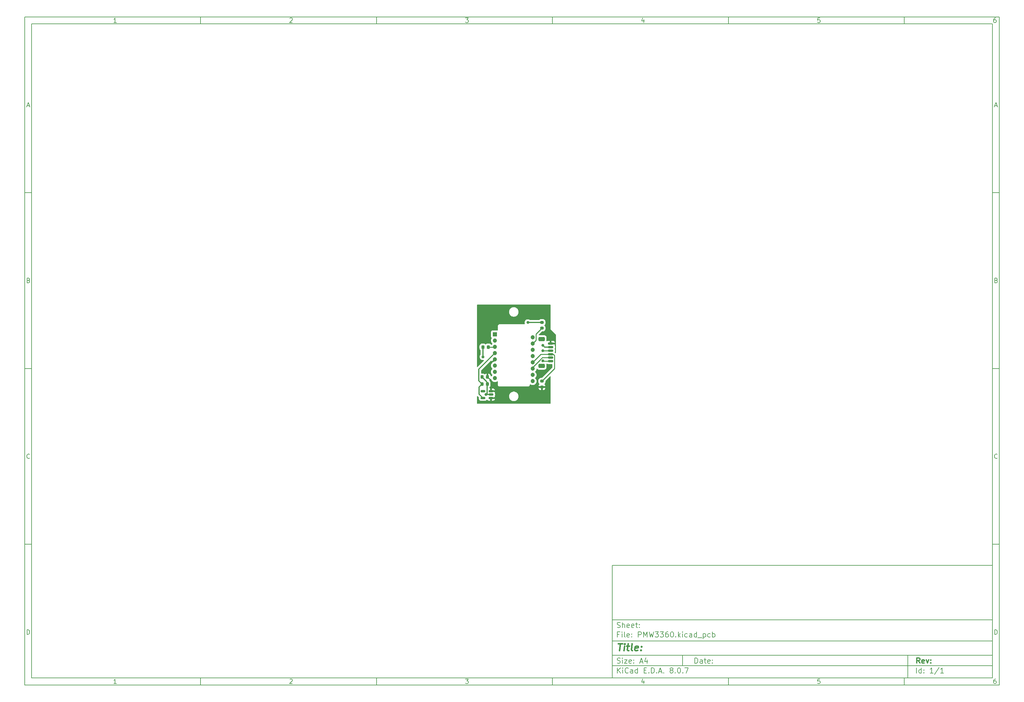
<source format=gbr>
%TF.GenerationSoftware,KiCad,Pcbnew,8.0.7*%
%TF.CreationDate,2024-12-27T17:18:50-08:00*%
%TF.ProjectId,PMW3360,504d5733-3336-4302-9e6b-696361645f70,rev?*%
%TF.SameCoordinates,Original*%
%TF.FileFunction,Copper,L1,Top*%
%TF.FilePolarity,Positive*%
%FSLAX46Y46*%
G04 Gerber Fmt 4.6, Leading zero omitted, Abs format (unit mm)*
G04 Created by KiCad (PCBNEW 8.0.7) date 2024-12-27 17:18:50*
%MOMM*%
%LPD*%
G01*
G04 APERTURE LIST*
G04 Aperture macros list*
%AMRoundRect*
0 Rectangle with rounded corners*
0 $1 Rounding radius*
0 $2 $3 $4 $5 $6 $7 $8 $9 X,Y pos of 4 corners*
0 Add a 4 corners polygon primitive as box body*
4,1,4,$2,$3,$4,$5,$6,$7,$8,$9,$2,$3,0*
0 Add four circle primitives for the rounded corners*
1,1,$1+$1,$2,$3*
1,1,$1+$1,$4,$5*
1,1,$1+$1,$6,$7*
1,1,$1+$1,$8,$9*
0 Add four rect primitives between the rounded corners*
20,1,$1+$1,$2,$3,$4,$5,0*
20,1,$1+$1,$4,$5,$6,$7,0*
20,1,$1+$1,$6,$7,$8,$9,0*
20,1,$1+$1,$8,$9,$2,$3,0*%
G04 Aperture macros list end*
%ADD10C,0.100000*%
%ADD11C,0.150000*%
%ADD12C,0.300000*%
%ADD13C,0.400000*%
%TA.AperFunction,SMDPad,CuDef*%
%ADD14RoundRect,0.150000X0.625000X-0.150000X0.625000X0.150000X-0.625000X0.150000X-0.625000X-0.150000X0*%
%TD*%
%TA.AperFunction,SMDPad,CuDef*%
%ADD15RoundRect,0.250000X0.650000X-0.350000X0.650000X0.350000X-0.650000X0.350000X-0.650000X-0.350000X0*%
%TD*%
%TA.AperFunction,SMDPad,CuDef*%
%ADD16RoundRect,0.200000X-0.275000X0.200000X-0.275000X-0.200000X0.275000X-0.200000X0.275000X0.200000X0*%
%TD*%
%TA.AperFunction,ComponentPad*%
%ADD17R,1.200000X1.200000*%
%TD*%
%TA.AperFunction,ComponentPad*%
%ADD18C,1.200000*%
%TD*%
%TA.AperFunction,SMDPad,CuDef*%
%ADD19RoundRect,0.225000X-0.225000X-0.250000X0.225000X-0.250000X0.225000X0.250000X-0.225000X0.250000X0*%
%TD*%
%TA.AperFunction,SMDPad,CuDef*%
%ADD20RoundRect,0.150000X0.512500X0.150000X-0.512500X0.150000X-0.512500X-0.150000X0.512500X-0.150000X0*%
%TD*%
%TA.AperFunction,SMDPad,CuDef*%
%ADD21RoundRect,0.225000X0.225000X0.250000X-0.225000X0.250000X-0.225000X-0.250000X0.225000X-0.250000X0*%
%TD*%
%TA.AperFunction,ViaPad*%
%ADD22C,0.800000*%
%TD*%
%TA.AperFunction,Conductor*%
%ADD23C,0.250000*%
%TD*%
%TA.AperFunction,Conductor*%
%ADD24C,0.375000*%
%TD*%
G04 APERTURE END LIST*
D10*
D11*
X177002200Y-166007200D02*
X285002200Y-166007200D01*
X285002200Y-198007200D01*
X177002200Y-198007200D01*
X177002200Y-166007200D01*
D10*
D11*
X10000000Y-10000000D02*
X287002200Y-10000000D01*
X287002200Y-200007200D01*
X10000000Y-200007200D01*
X10000000Y-10000000D01*
D10*
D11*
X12000000Y-12000000D02*
X285002200Y-12000000D01*
X285002200Y-198007200D01*
X12000000Y-198007200D01*
X12000000Y-12000000D01*
D10*
D11*
X60000000Y-12000000D02*
X60000000Y-10000000D01*
D10*
D11*
X110000000Y-12000000D02*
X110000000Y-10000000D01*
D10*
D11*
X160000000Y-12000000D02*
X160000000Y-10000000D01*
D10*
D11*
X210000000Y-12000000D02*
X210000000Y-10000000D01*
D10*
D11*
X260000000Y-12000000D02*
X260000000Y-10000000D01*
D10*
D11*
X36089160Y-11593604D02*
X35346303Y-11593604D01*
X35717731Y-11593604D02*
X35717731Y-10293604D01*
X35717731Y-10293604D02*
X35593922Y-10479319D01*
X35593922Y-10479319D02*
X35470112Y-10603128D01*
X35470112Y-10603128D02*
X35346303Y-10665033D01*
D10*
D11*
X85346303Y-10417414D02*
X85408207Y-10355509D01*
X85408207Y-10355509D02*
X85532017Y-10293604D01*
X85532017Y-10293604D02*
X85841541Y-10293604D01*
X85841541Y-10293604D02*
X85965350Y-10355509D01*
X85965350Y-10355509D02*
X86027255Y-10417414D01*
X86027255Y-10417414D02*
X86089160Y-10541223D01*
X86089160Y-10541223D02*
X86089160Y-10665033D01*
X86089160Y-10665033D02*
X86027255Y-10850747D01*
X86027255Y-10850747D02*
X85284398Y-11593604D01*
X85284398Y-11593604D02*
X86089160Y-11593604D01*
D10*
D11*
X135284398Y-10293604D02*
X136089160Y-10293604D01*
X136089160Y-10293604D02*
X135655826Y-10788842D01*
X135655826Y-10788842D02*
X135841541Y-10788842D01*
X135841541Y-10788842D02*
X135965350Y-10850747D01*
X135965350Y-10850747D02*
X136027255Y-10912652D01*
X136027255Y-10912652D02*
X136089160Y-11036461D01*
X136089160Y-11036461D02*
X136089160Y-11345985D01*
X136089160Y-11345985D02*
X136027255Y-11469795D01*
X136027255Y-11469795D02*
X135965350Y-11531700D01*
X135965350Y-11531700D02*
X135841541Y-11593604D01*
X135841541Y-11593604D02*
X135470112Y-11593604D01*
X135470112Y-11593604D02*
X135346303Y-11531700D01*
X135346303Y-11531700D02*
X135284398Y-11469795D01*
D10*
D11*
X185965350Y-10726938D02*
X185965350Y-11593604D01*
X185655826Y-10231700D02*
X185346303Y-11160271D01*
X185346303Y-11160271D02*
X186151064Y-11160271D01*
D10*
D11*
X236027255Y-10293604D02*
X235408207Y-10293604D01*
X235408207Y-10293604D02*
X235346303Y-10912652D01*
X235346303Y-10912652D02*
X235408207Y-10850747D01*
X235408207Y-10850747D02*
X235532017Y-10788842D01*
X235532017Y-10788842D02*
X235841541Y-10788842D01*
X235841541Y-10788842D02*
X235965350Y-10850747D01*
X235965350Y-10850747D02*
X236027255Y-10912652D01*
X236027255Y-10912652D02*
X236089160Y-11036461D01*
X236089160Y-11036461D02*
X236089160Y-11345985D01*
X236089160Y-11345985D02*
X236027255Y-11469795D01*
X236027255Y-11469795D02*
X235965350Y-11531700D01*
X235965350Y-11531700D02*
X235841541Y-11593604D01*
X235841541Y-11593604D02*
X235532017Y-11593604D01*
X235532017Y-11593604D02*
X235408207Y-11531700D01*
X235408207Y-11531700D02*
X235346303Y-11469795D01*
D10*
D11*
X285965350Y-10293604D02*
X285717731Y-10293604D01*
X285717731Y-10293604D02*
X285593922Y-10355509D01*
X285593922Y-10355509D02*
X285532017Y-10417414D01*
X285532017Y-10417414D02*
X285408207Y-10603128D01*
X285408207Y-10603128D02*
X285346303Y-10850747D01*
X285346303Y-10850747D02*
X285346303Y-11345985D01*
X285346303Y-11345985D02*
X285408207Y-11469795D01*
X285408207Y-11469795D02*
X285470112Y-11531700D01*
X285470112Y-11531700D02*
X285593922Y-11593604D01*
X285593922Y-11593604D02*
X285841541Y-11593604D01*
X285841541Y-11593604D02*
X285965350Y-11531700D01*
X285965350Y-11531700D02*
X286027255Y-11469795D01*
X286027255Y-11469795D02*
X286089160Y-11345985D01*
X286089160Y-11345985D02*
X286089160Y-11036461D01*
X286089160Y-11036461D02*
X286027255Y-10912652D01*
X286027255Y-10912652D02*
X285965350Y-10850747D01*
X285965350Y-10850747D02*
X285841541Y-10788842D01*
X285841541Y-10788842D02*
X285593922Y-10788842D01*
X285593922Y-10788842D02*
X285470112Y-10850747D01*
X285470112Y-10850747D02*
X285408207Y-10912652D01*
X285408207Y-10912652D02*
X285346303Y-11036461D01*
D10*
D11*
X60000000Y-198007200D02*
X60000000Y-200007200D01*
D10*
D11*
X110000000Y-198007200D02*
X110000000Y-200007200D01*
D10*
D11*
X160000000Y-198007200D02*
X160000000Y-200007200D01*
D10*
D11*
X210000000Y-198007200D02*
X210000000Y-200007200D01*
D10*
D11*
X260000000Y-198007200D02*
X260000000Y-200007200D01*
D10*
D11*
X36089160Y-199600804D02*
X35346303Y-199600804D01*
X35717731Y-199600804D02*
X35717731Y-198300804D01*
X35717731Y-198300804D02*
X35593922Y-198486519D01*
X35593922Y-198486519D02*
X35470112Y-198610328D01*
X35470112Y-198610328D02*
X35346303Y-198672233D01*
D10*
D11*
X85346303Y-198424614D02*
X85408207Y-198362709D01*
X85408207Y-198362709D02*
X85532017Y-198300804D01*
X85532017Y-198300804D02*
X85841541Y-198300804D01*
X85841541Y-198300804D02*
X85965350Y-198362709D01*
X85965350Y-198362709D02*
X86027255Y-198424614D01*
X86027255Y-198424614D02*
X86089160Y-198548423D01*
X86089160Y-198548423D02*
X86089160Y-198672233D01*
X86089160Y-198672233D02*
X86027255Y-198857947D01*
X86027255Y-198857947D02*
X85284398Y-199600804D01*
X85284398Y-199600804D02*
X86089160Y-199600804D01*
D10*
D11*
X135284398Y-198300804D02*
X136089160Y-198300804D01*
X136089160Y-198300804D02*
X135655826Y-198796042D01*
X135655826Y-198796042D02*
X135841541Y-198796042D01*
X135841541Y-198796042D02*
X135965350Y-198857947D01*
X135965350Y-198857947D02*
X136027255Y-198919852D01*
X136027255Y-198919852D02*
X136089160Y-199043661D01*
X136089160Y-199043661D02*
X136089160Y-199353185D01*
X136089160Y-199353185D02*
X136027255Y-199476995D01*
X136027255Y-199476995D02*
X135965350Y-199538900D01*
X135965350Y-199538900D02*
X135841541Y-199600804D01*
X135841541Y-199600804D02*
X135470112Y-199600804D01*
X135470112Y-199600804D02*
X135346303Y-199538900D01*
X135346303Y-199538900D02*
X135284398Y-199476995D01*
D10*
D11*
X185965350Y-198734138D02*
X185965350Y-199600804D01*
X185655826Y-198238900D02*
X185346303Y-199167471D01*
X185346303Y-199167471D02*
X186151064Y-199167471D01*
D10*
D11*
X236027255Y-198300804D02*
X235408207Y-198300804D01*
X235408207Y-198300804D02*
X235346303Y-198919852D01*
X235346303Y-198919852D02*
X235408207Y-198857947D01*
X235408207Y-198857947D02*
X235532017Y-198796042D01*
X235532017Y-198796042D02*
X235841541Y-198796042D01*
X235841541Y-198796042D02*
X235965350Y-198857947D01*
X235965350Y-198857947D02*
X236027255Y-198919852D01*
X236027255Y-198919852D02*
X236089160Y-199043661D01*
X236089160Y-199043661D02*
X236089160Y-199353185D01*
X236089160Y-199353185D02*
X236027255Y-199476995D01*
X236027255Y-199476995D02*
X235965350Y-199538900D01*
X235965350Y-199538900D02*
X235841541Y-199600804D01*
X235841541Y-199600804D02*
X235532017Y-199600804D01*
X235532017Y-199600804D02*
X235408207Y-199538900D01*
X235408207Y-199538900D02*
X235346303Y-199476995D01*
D10*
D11*
X285965350Y-198300804D02*
X285717731Y-198300804D01*
X285717731Y-198300804D02*
X285593922Y-198362709D01*
X285593922Y-198362709D02*
X285532017Y-198424614D01*
X285532017Y-198424614D02*
X285408207Y-198610328D01*
X285408207Y-198610328D02*
X285346303Y-198857947D01*
X285346303Y-198857947D02*
X285346303Y-199353185D01*
X285346303Y-199353185D02*
X285408207Y-199476995D01*
X285408207Y-199476995D02*
X285470112Y-199538900D01*
X285470112Y-199538900D02*
X285593922Y-199600804D01*
X285593922Y-199600804D02*
X285841541Y-199600804D01*
X285841541Y-199600804D02*
X285965350Y-199538900D01*
X285965350Y-199538900D02*
X286027255Y-199476995D01*
X286027255Y-199476995D02*
X286089160Y-199353185D01*
X286089160Y-199353185D02*
X286089160Y-199043661D01*
X286089160Y-199043661D02*
X286027255Y-198919852D01*
X286027255Y-198919852D02*
X285965350Y-198857947D01*
X285965350Y-198857947D02*
X285841541Y-198796042D01*
X285841541Y-198796042D02*
X285593922Y-198796042D01*
X285593922Y-198796042D02*
X285470112Y-198857947D01*
X285470112Y-198857947D02*
X285408207Y-198919852D01*
X285408207Y-198919852D02*
X285346303Y-199043661D01*
D10*
D11*
X10000000Y-60000000D02*
X12000000Y-60000000D01*
D10*
D11*
X10000000Y-110000000D02*
X12000000Y-110000000D01*
D10*
D11*
X10000000Y-160000000D02*
X12000000Y-160000000D01*
D10*
D11*
X10690476Y-35222176D02*
X11309523Y-35222176D01*
X10566666Y-35593604D02*
X10999999Y-34293604D01*
X10999999Y-34293604D02*
X11433333Y-35593604D01*
D10*
D11*
X11092857Y-84912652D02*
X11278571Y-84974557D01*
X11278571Y-84974557D02*
X11340476Y-85036461D01*
X11340476Y-85036461D02*
X11402380Y-85160271D01*
X11402380Y-85160271D02*
X11402380Y-85345985D01*
X11402380Y-85345985D02*
X11340476Y-85469795D01*
X11340476Y-85469795D02*
X11278571Y-85531700D01*
X11278571Y-85531700D02*
X11154761Y-85593604D01*
X11154761Y-85593604D02*
X10659523Y-85593604D01*
X10659523Y-85593604D02*
X10659523Y-84293604D01*
X10659523Y-84293604D02*
X11092857Y-84293604D01*
X11092857Y-84293604D02*
X11216666Y-84355509D01*
X11216666Y-84355509D02*
X11278571Y-84417414D01*
X11278571Y-84417414D02*
X11340476Y-84541223D01*
X11340476Y-84541223D02*
X11340476Y-84665033D01*
X11340476Y-84665033D02*
X11278571Y-84788842D01*
X11278571Y-84788842D02*
X11216666Y-84850747D01*
X11216666Y-84850747D02*
X11092857Y-84912652D01*
X11092857Y-84912652D02*
X10659523Y-84912652D01*
D10*
D11*
X11402380Y-135469795D02*
X11340476Y-135531700D01*
X11340476Y-135531700D02*
X11154761Y-135593604D01*
X11154761Y-135593604D02*
X11030952Y-135593604D01*
X11030952Y-135593604D02*
X10845238Y-135531700D01*
X10845238Y-135531700D02*
X10721428Y-135407890D01*
X10721428Y-135407890D02*
X10659523Y-135284080D01*
X10659523Y-135284080D02*
X10597619Y-135036461D01*
X10597619Y-135036461D02*
X10597619Y-134850747D01*
X10597619Y-134850747D02*
X10659523Y-134603128D01*
X10659523Y-134603128D02*
X10721428Y-134479319D01*
X10721428Y-134479319D02*
X10845238Y-134355509D01*
X10845238Y-134355509D02*
X11030952Y-134293604D01*
X11030952Y-134293604D02*
X11154761Y-134293604D01*
X11154761Y-134293604D02*
X11340476Y-134355509D01*
X11340476Y-134355509D02*
X11402380Y-134417414D01*
D10*
D11*
X10659523Y-185593604D02*
X10659523Y-184293604D01*
X10659523Y-184293604D02*
X10969047Y-184293604D01*
X10969047Y-184293604D02*
X11154761Y-184355509D01*
X11154761Y-184355509D02*
X11278571Y-184479319D01*
X11278571Y-184479319D02*
X11340476Y-184603128D01*
X11340476Y-184603128D02*
X11402380Y-184850747D01*
X11402380Y-184850747D02*
X11402380Y-185036461D01*
X11402380Y-185036461D02*
X11340476Y-185284080D01*
X11340476Y-185284080D02*
X11278571Y-185407890D01*
X11278571Y-185407890D02*
X11154761Y-185531700D01*
X11154761Y-185531700D02*
X10969047Y-185593604D01*
X10969047Y-185593604D02*
X10659523Y-185593604D01*
D10*
D11*
X287002200Y-60000000D02*
X285002200Y-60000000D01*
D10*
D11*
X287002200Y-110000000D02*
X285002200Y-110000000D01*
D10*
D11*
X287002200Y-160000000D02*
X285002200Y-160000000D01*
D10*
D11*
X285692676Y-35222176D02*
X286311723Y-35222176D01*
X285568866Y-35593604D02*
X286002199Y-34293604D01*
X286002199Y-34293604D02*
X286435533Y-35593604D01*
D10*
D11*
X286095057Y-84912652D02*
X286280771Y-84974557D01*
X286280771Y-84974557D02*
X286342676Y-85036461D01*
X286342676Y-85036461D02*
X286404580Y-85160271D01*
X286404580Y-85160271D02*
X286404580Y-85345985D01*
X286404580Y-85345985D02*
X286342676Y-85469795D01*
X286342676Y-85469795D02*
X286280771Y-85531700D01*
X286280771Y-85531700D02*
X286156961Y-85593604D01*
X286156961Y-85593604D02*
X285661723Y-85593604D01*
X285661723Y-85593604D02*
X285661723Y-84293604D01*
X285661723Y-84293604D02*
X286095057Y-84293604D01*
X286095057Y-84293604D02*
X286218866Y-84355509D01*
X286218866Y-84355509D02*
X286280771Y-84417414D01*
X286280771Y-84417414D02*
X286342676Y-84541223D01*
X286342676Y-84541223D02*
X286342676Y-84665033D01*
X286342676Y-84665033D02*
X286280771Y-84788842D01*
X286280771Y-84788842D02*
X286218866Y-84850747D01*
X286218866Y-84850747D02*
X286095057Y-84912652D01*
X286095057Y-84912652D02*
X285661723Y-84912652D01*
D10*
D11*
X286404580Y-135469795D02*
X286342676Y-135531700D01*
X286342676Y-135531700D02*
X286156961Y-135593604D01*
X286156961Y-135593604D02*
X286033152Y-135593604D01*
X286033152Y-135593604D02*
X285847438Y-135531700D01*
X285847438Y-135531700D02*
X285723628Y-135407890D01*
X285723628Y-135407890D02*
X285661723Y-135284080D01*
X285661723Y-135284080D02*
X285599819Y-135036461D01*
X285599819Y-135036461D02*
X285599819Y-134850747D01*
X285599819Y-134850747D02*
X285661723Y-134603128D01*
X285661723Y-134603128D02*
X285723628Y-134479319D01*
X285723628Y-134479319D02*
X285847438Y-134355509D01*
X285847438Y-134355509D02*
X286033152Y-134293604D01*
X286033152Y-134293604D02*
X286156961Y-134293604D01*
X286156961Y-134293604D02*
X286342676Y-134355509D01*
X286342676Y-134355509D02*
X286404580Y-134417414D01*
D10*
D11*
X285661723Y-185593604D02*
X285661723Y-184293604D01*
X285661723Y-184293604D02*
X285971247Y-184293604D01*
X285971247Y-184293604D02*
X286156961Y-184355509D01*
X286156961Y-184355509D02*
X286280771Y-184479319D01*
X286280771Y-184479319D02*
X286342676Y-184603128D01*
X286342676Y-184603128D02*
X286404580Y-184850747D01*
X286404580Y-184850747D02*
X286404580Y-185036461D01*
X286404580Y-185036461D02*
X286342676Y-185284080D01*
X286342676Y-185284080D02*
X286280771Y-185407890D01*
X286280771Y-185407890D02*
X286156961Y-185531700D01*
X286156961Y-185531700D02*
X285971247Y-185593604D01*
X285971247Y-185593604D02*
X285661723Y-185593604D01*
D10*
D11*
X200458026Y-193793328D02*
X200458026Y-192293328D01*
X200458026Y-192293328D02*
X200815169Y-192293328D01*
X200815169Y-192293328D02*
X201029455Y-192364757D01*
X201029455Y-192364757D02*
X201172312Y-192507614D01*
X201172312Y-192507614D02*
X201243741Y-192650471D01*
X201243741Y-192650471D02*
X201315169Y-192936185D01*
X201315169Y-192936185D02*
X201315169Y-193150471D01*
X201315169Y-193150471D02*
X201243741Y-193436185D01*
X201243741Y-193436185D02*
X201172312Y-193579042D01*
X201172312Y-193579042D02*
X201029455Y-193721900D01*
X201029455Y-193721900D02*
X200815169Y-193793328D01*
X200815169Y-193793328D02*
X200458026Y-193793328D01*
X202600884Y-193793328D02*
X202600884Y-193007614D01*
X202600884Y-193007614D02*
X202529455Y-192864757D01*
X202529455Y-192864757D02*
X202386598Y-192793328D01*
X202386598Y-192793328D02*
X202100884Y-192793328D01*
X202100884Y-192793328D02*
X201958026Y-192864757D01*
X202600884Y-193721900D02*
X202458026Y-193793328D01*
X202458026Y-193793328D02*
X202100884Y-193793328D01*
X202100884Y-193793328D02*
X201958026Y-193721900D01*
X201958026Y-193721900D02*
X201886598Y-193579042D01*
X201886598Y-193579042D02*
X201886598Y-193436185D01*
X201886598Y-193436185D02*
X201958026Y-193293328D01*
X201958026Y-193293328D02*
X202100884Y-193221900D01*
X202100884Y-193221900D02*
X202458026Y-193221900D01*
X202458026Y-193221900D02*
X202600884Y-193150471D01*
X203100884Y-192793328D02*
X203672312Y-192793328D01*
X203315169Y-192293328D02*
X203315169Y-193579042D01*
X203315169Y-193579042D02*
X203386598Y-193721900D01*
X203386598Y-193721900D02*
X203529455Y-193793328D01*
X203529455Y-193793328D02*
X203672312Y-193793328D01*
X204743741Y-193721900D02*
X204600884Y-193793328D01*
X204600884Y-193793328D02*
X204315170Y-193793328D01*
X204315170Y-193793328D02*
X204172312Y-193721900D01*
X204172312Y-193721900D02*
X204100884Y-193579042D01*
X204100884Y-193579042D02*
X204100884Y-193007614D01*
X204100884Y-193007614D02*
X204172312Y-192864757D01*
X204172312Y-192864757D02*
X204315170Y-192793328D01*
X204315170Y-192793328D02*
X204600884Y-192793328D01*
X204600884Y-192793328D02*
X204743741Y-192864757D01*
X204743741Y-192864757D02*
X204815170Y-193007614D01*
X204815170Y-193007614D02*
X204815170Y-193150471D01*
X204815170Y-193150471D02*
X204100884Y-193293328D01*
X205458026Y-193650471D02*
X205529455Y-193721900D01*
X205529455Y-193721900D02*
X205458026Y-193793328D01*
X205458026Y-193793328D02*
X205386598Y-193721900D01*
X205386598Y-193721900D02*
X205458026Y-193650471D01*
X205458026Y-193650471D02*
X205458026Y-193793328D01*
X205458026Y-192864757D02*
X205529455Y-192936185D01*
X205529455Y-192936185D02*
X205458026Y-193007614D01*
X205458026Y-193007614D02*
X205386598Y-192936185D01*
X205386598Y-192936185D02*
X205458026Y-192864757D01*
X205458026Y-192864757D02*
X205458026Y-193007614D01*
D10*
D11*
X177002200Y-194507200D02*
X285002200Y-194507200D01*
D10*
D11*
X178458026Y-196593328D02*
X178458026Y-195093328D01*
X179315169Y-196593328D02*
X178672312Y-195736185D01*
X179315169Y-195093328D02*
X178458026Y-195950471D01*
X179958026Y-196593328D02*
X179958026Y-195593328D01*
X179958026Y-195093328D02*
X179886598Y-195164757D01*
X179886598Y-195164757D02*
X179958026Y-195236185D01*
X179958026Y-195236185D02*
X180029455Y-195164757D01*
X180029455Y-195164757D02*
X179958026Y-195093328D01*
X179958026Y-195093328D02*
X179958026Y-195236185D01*
X181529455Y-196450471D02*
X181458027Y-196521900D01*
X181458027Y-196521900D02*
X181243741Y-196593328D01*
X181243741Y-196593328D02*
X181100884Y-196593328D01*
X181100884Y-196593328D02*
X180886598Y-196521900D01*
X180886598Y-196521900D02*
X180743741Y-196379042D01*
X180743741Y-196379042D02*
X180672312Y-196236185D01*
X180672312Y-196236185D02*
X180600884Y-195950471D01*
X180600884Y-195950471D02*
X180600884Y-195736185D01*
X180600884Y-195736185D02*
X180672312Y-195450471D01*
X180672312Y-195450471D02*
X180743741Y-195307614D01*
X180743741Y-195307614D02*
X180886598Y-195164757D01*
X180886598Y-195164757D02*
X181100884Y-195093328D01*
X181100884Y-195093328D02*
X181243741Y-195093328D01*
X181243741Y-195093328D02*
X181458027Y-195164757D01*
X181458027Y-195164757D02*
X181529455Y-195236185D01*
X182815170Y-196593328D02*
X182815170Y-195807614D01*
X182815170Y-195807614D02*
X182743741Y-195664757D01*
X182743741Y-195664757D02*
X182600884Y-195593328D01*
X182600884Y-195593328D02*
X182315170Y-195593328D01*
X182315170Y-195593328D02*
X182172312Y-195664757D01*
X182815170Y-196521900D02*
X182672312Y-196593328D01*
X182672312Y-196593328D02*
X182315170Y-196593328D01*
X182315170Y-196593328D02*
X182172312Y-196521900D01*
X182172312Y-196521900D02*
X182100884Y-196379042D01*
X182100884Y-196379042D02*
X182100884Y-196236185D01*
X182100884Y-196236185D02*
X182172312Y-196093328D01*
X182172312Y-196093328D02*
X182315170Y-196021900D01*
X182315170Y-196021900D02*
X182672312Y-196021900D01*
X182672312Y-196021900D02*
X182815170Y-195950471D01*
X184172313Y-196593328D02*
X184172313Y-195093328D01*
X184172313Y-196521900D02*
X184029455Y-196593328D01*
X184029455Y-196593328D02*
X183743741Y-196593328D01*
X183743741Y-196593328D02*
X183600884Y-196521900D01*
X183600884Y-196521900D02*
X183529455Y-196450471D01*
X183529455Y-196450471D02*
X183458027Y-196307614D01*
X183458027Y-196307614D02*
X183458027Y-195879042D01*
X183458027Y-195879042D02*
X183529455Y-195736185D01*
X183529455Y-195736185D02*
X183600884Y-195664757D01*
X183600884Y-195664757D02*
X183743741Y-195593328D01*
X183743741Y-195593328D02*
X184029455Y-195593328D01*
X184029455Y-195593328D02*
X184172313Y-195664757D01*
X186029455Y-195807614D02*
X186529455Y-195807614D01*
X186743741Y-196593328D02*
X186029455Y-196593328D01*
X186029455Y-196593328D02*
X186029455Y-195093328D01*
X186029455Y-195093328D02*
X186743741Y-195093328D01*
X187386598Y-196450471D02*
X187458027Y-196521900D01*
X187458027Y-196521900D02*
X187386598Y-196593328D01*
X187386598Y-196593328D02*
X187315170Y-196521900D01*
X187315170Y-196521900D02*
X187386598Y-196450471D01*
X187386598Y-196450471D02*
X187386598Y-196593328D01*
X188100884Y-196593328D02*
X188100884Y-195093328D01*
X188100884Y-195093328D02*
X188458027Y-195093328D01*
X188458027Y-195093328D02*
X188672313Y-195164757D01*
X188672313Y-195164757D02*
X188815170Y-195307614D01*
X188815170Y-195307614D02*
X188886599Y-195450471D01*
X188886599Y-195450471D02*
X188958027Y-195736185D01*
X188958027Y-195736185D02*
X188958027Y-195950471D01*
X188958027Y-195950471D02*
X188886599Y-196236185D01*
X188886599Y-196236185D02*
X188815170Y-196379042D01*
X188815170Y-196379042D02*
X188672313Y-196521900D01*
X188672313Y-196521900D02*
X188458027Y-196593328D01*
X188458027Y-196593328D02*
X188100884Y-196593328D01*
X189600884Y-196450471D02*
X189672313Y-196521900D01*
X189672313Y-196521900D02*
X189600884Y-196593328D01*
X189600884Y-196593328D02*
X189529456Y-196521900D01*
X189529456Y-196521900D02*
X189600884Y-196450471D01*
X189600884Y-196450471D02*
X189600884Y-196593328D01*
X190243742Y-196164757D02*
X190958028Y-196164757D01*
X190100885Y-196593328D02*
X190600885Y-195093328D01*
X190600885Y-195093328D02*
X191100885Y-196593328D01*
X191600884Y-196450471D02*
X191672313Y-196521900D01*
X191672313Y-196521900D02*
X191600884Y-196593328D01*
X191600884Y-196593328D02*
X191529456Y-196521900D01*
X191529456Y-196521900D02*
X191600884Y-196450471D01*
X191600884Y-196450471D02*
X191600884Y-196593328D01*
X193672313Y-195736185D02*
X193529456Y-195664757D01*
X193529456Y-195664757D02*
X193458027Y-195593328D01*
X193458027Y-195593328D02*
X193386599Y-195450471D01*
X193386599Y-195450471D02*
X193386599Y-195379042D01*
X193386599Y-195379042D02*
X193458027Y-195236185D01*
X193458027Y-195236185D02*
X193529456Y-195164757D01*
X193529456Y-195164757D02*
X193672313Y-195093328D01*
X193672313Y-195093328D02*
X193958027Y-195093328D01*
X193958027Y-195093328D02*
X194100885Y-195164757D01*
X194100885Y-195164757D02*
X194172313Y-195236185D01*
X194172313Y-195236185D02*
X194243742Y-195379042D01*
X194243742Y-195379042D02*
X194243742Y-195450471D01*
X194243742Y-195450471D02*
X194172313Y-195593328D01*
X194172313Y-195593328D02*
X194100885Y-195664757D01*
X194100885Y-195664757D02*
X193958027Y-195736185D01*
X193958027Y-195736185D02*
X193672313Y-195736185D01*
X193672313Y-195736185D02*
X193529456Y-195807614D01*
X193529456Y-195807614D02*
X193458027Y-195879042D01*
X193458027Y-195879042D02*
X193386599Y-196021900D01*
X193386599Y-196021900D02*
X193386599Y-196307614D01*
X193386599Y-196307614D02*
X193458027Y-196450471D01*
X193458027Y-196450471D02*
X193529456Y-196521900D01*
X193529456Y-196521900D02*
X193672313Y-196593328D01*
X193672313Y-196593328D02*
X193958027Y-196593328D01*
X193958027Y-196593328D02*
X194100885Y-196521900D01*
X194100885Y-196521900D02*
X194172313Y-196450471D01*
X194172313Y-196450471D02*
X194243742Y-196307614D01*
X194243742Y-196307614D02*
X194243742Y-196021900D01*
X194243742Y-196021900D02*
X194172313Y-195879042D01*
X194172313Y-195879042D02*
X194100885Y-195807614D01*
X194100885Y-195807614D02*
X193958027Y-195736185D01*
X194886598Y-196450471D02*
X194958027Y-196521900D01*
X194958027Y-196521900D02*
X194886598Y-196593328D01*
X194886598Y-196593328D02*
X194815170Y-196521900D01*
X194815170Y-196521900D02*
X194886598Y-196450471D01*
X194886598Y-196450471D02*
X194886598Y-196593328D01*
X195886599Y-195093328D02*
X196029456Y-195093328D01*
X196029456Y-195093328D02*
X196172313Y-195164757D01*
X196172313Y-195164757D02*
X196243742Y-195236185D01*
X196243742Y-195236185D02*
X196315170Y-195379042D01*
X196315170Y-195379042D02*
X196386599Y-195664757D01*
X196386599Y-195664757D02*
X196386599Y-196021900D01*
X196386599Y-196021900D02*
X196315170Y-196307614D01*
X196315170Y-196307614D02*
X196243742Y-196450471D01*
X196243742Y-196450471D02*
X196172313Y-196521900D01*
X196172313Y-196521900D02*
X196029456Y-196593328D01*
X196029456Y-196593328D02*
X195886599Y-196593328D01*
X195886599Y-196593328D02*
X195743742Y-196521900D01*
X195743742Y-196521900D02*
X195672313Y-196450471D01*
X195672313Y-196450471D02*
X195600884Y-196307614D01*
X195600884Y-196307614D02*
X195529456Y-196021900D01*
X195529456Y-196021900D02*
X195529456Y-195664757D01*
X195529456Y-195664757D02*
X195600884Y-195379042D01*
X195600884Y-195379042D02*
X195672313Y-195236185D01*
X195672313Y-195236185D02*
X195743742Y-195164757D01*
X195743742Y-195164757D02*
X195886599Y-195093328D01*
X197029455Y-196450471D02*
X197100884Y-196521900D01*
X197100884Y-196521900D02*
X197029455Y-196593328D01*
X197029455Y-196593328D02*
X196958027Y-196521900D01*
X196958027Y-196521900D02*
X197029455Y-196450471D01*
X197029455Y-196450471D02*
X197029455Y-196593328D01*
X197600884Y-195093328D02*
X198600884Y-195093328D01*
X198600884Y-195093328D02*
X197958027Y-196593328D01*
D10*
D11*
X177002200Y-191507200D02*
X285002200Y-191507200D01*
D10*
D12*
X264413853Y-193785528D02*
X263913853Y-193071242D01*
X263556710Y-193785528D02*
X263556710Y-192285528D01*
X263556710Y-192285528D02*
X264128139Y-192285528D01*
X264128139Y-192285528D02*
X264270996Y-192356957D01*
X264270996Y-192356957D02*
X264342425Y-192428385D01*
X264342425Y-192428385D02*
X264413853Y-192571242D01*
X264413853Y-192571242D02*
X264413853Y-192785528D01*
X264413853Y-192785528D02*
X264342425Y-192928385D01*
X264342425Y-192928385D02*
X264270996Y-192999814D01*
X264270996Y-192999814D02*
X264128139Y-193071242D01*
X264128139Y-193071242D02*
X263556710Y-193071242D01*
X265628139Y-193714100D02*
X265485282Y-193785528D01*
X265485282Y-193785528D02*
X265199568Y-193785528D01*
X265199568Y-193785528D02*
X265056710Y-193714100D01*
X265056710Y-193714100D02*
X264985282Y-193571242D01*
X264985282Y-193571242D02*
X264985282Y-192999814D01*
X264985282Y-192999814D02*
X265056710Y-192856957D01*
X265056710Y-192856957D02*
X265199568Y-192785528D01*
X265199568Y-192785528D02*
X265485282Y-192785528D01*
X265485282Y-192785528D02*
X265628139Y-192856957D01*
X265628139Y-192856957D02*
X265699568Y-192999814D01*
X265699568Y-192999814D02*
X265699568Y-193142671D01*
X265699568Y-193142671D02*
X264985282Y-193285528D01*
X266199567Y-192785528D02*
X266556710Y-193785528D01*
X266556710Y-193785528D02*
X266913853Y-192785528D01*
X267485281Y-193642671D02*
X267556710Y-193714100D01*
X267556710Y-193714100D02*
X267485281Y-193785528D01*
X267485281Y-193785528D02*
X267413853Y-193714100D01*
X267413853Y-193714100D02*
X267485281Y-193642671D01*
X267485281Y-193642671D02*
X267485281Y-193785528D01*
X267485281Y-192856957D02*
X267556710Y-192928385D01*
X267556710Y-192928385D02*
X267485281Y-192999814D01*
X267485281Y-192999814D02*
X267413853Y-192928385D01*
X267413853Y-192928385D02*
X267485281Y-192856957D01*
X267485281Y-192856957D02*
X267485281Y-192999814D01*
D10*
D11*
X178386598Y-193721900D02*
X178600884Y-193793328D01*
X178600884Y-193793328D02*
X178958026Y-193793328D01*
X178958026Y-193793328D02*
X179100884Y-193721900D01*
X179100884Y-193721900D02*
X179172312Y-193650471D01*
X179172312Y-193650471D02*
X179243741Y-193507614D01*
X179243741Y-193507614D02*
X179243741Y-193364757D01*
X179243741Y-193364757D02*
X179172312Y-193221900D01*
X179172312Y-193221900D02*
X179100884Y-193150471D01*
X179100884Y-193150471D02*
X178958026Y-193079042D01*
X178958026Y-193079042D02*
X178672312Y-193007614D01*
X178672312Y-193007614D02*
X178529455Y-192936185D01*
X178529455Y-192936185D02*
X178458026Y-192864757D01*
X178458026Y-192864757D02*
X178386598Y-192721900D01*
X178386598Y-192721900D02*
X178386598Y-192579042D01*
X178386598Y-192579042D02*
X178458026Y-192436185D01*
X178458026Y-192436185D02*
X178529455Y-192364757D01*
X178529455Y-192364757D02*
X178672312Y-192293328D01*
X178672312Y-192293328D02*
X179029455Y-192293328D01*
X179029455Y-192293328D02*
X179243741Y-192364757D01*
X179886597Y-193793328D02*
X179886597Y-192793328D01*
X179886597Y-192293328D02*
X179815169Y-192364757D01*
X179815169Y-192364757D02*
X179886597Y-192436185D01*
X179886597Y-192436185D02*
X179958026Y-192364757D01*
X179958026Y-192364757D02*
X179886597Y-192293328D01*
X179886597Y-192293328D02*
X179886597Y-192436185D01*
X180458026Y-192793328D02*
X181243741Y-192793328D01*
X181243741Y-192793328D02*
X180458026Y-193793328D01*
X180458026Y-193793328D02*
X181243741Y-193793328D01*
X182386598Y-193721900D02*
X182243741Y-193793328D01*
X182243741Y-193793328D02*
X181958027Y-193793328D01*
X181958027Y-193793328D02*
X181815169Y-193721900D01*
X181815169Y-193721900D02*
X181743741Y-193579042D01*
X181743741Y-193579042D02*
X181743741Y-193007614D01*
X181743741Y-193007614D02*
X181815169Y-192864757D01*
X181815169Y-192864757D02*
X181958027Y-192793328D01*
X181958027Y-192793328D02*
X182243741Y-192793328D01*
X182243741Y-192793328D02*
X182386598Y-192864757D01*
X182386598Y-192864757D02*
X182458027Y-193007614D01*
X182458027Y-193007614D02*
X182458027Y-193150471D01*
X182458027Y-193150471D02*
X181743741Y-193293328D01*
X183100883Y-193650471D02*
X183172312Y-193721900D01*
X183172312Y-193721900D02*
X183100883Y-193793328D01*
X183100883Y-193793328D02*
X183029455Y-193721900D01*
X183029455Y-193721900D02*
X183100883Y-193650471D01*
X183100883Y-193650471D02*
X183100883Y-193793328D01*
X183100883Y-192864757D02*
X183172312Y-192936185D01*
X183172312Y-192936185D02*
X183100883Y-193007614D01*
X183100883Y-193007614D02*
X183029455Y-192936185D01*
X183029455Y-192936185D02*
X183100883Y-192864757D01*
X183100883Y-192864757D02*
X183100883Y-193007614D01*
X184886598Y-193364757D02*
X185600884Y-193364757D01*
X184743741Y-193793328D02*
X185243741Y-192293328D01*
X185243741Y-192293328D02*
X185743741Y-193793328D01*
X186886598Y-192793328D02*
X186886598Y-193793328D01*
X186529455Y-192221900D02*
X186172312Y-193293328D01*
X186172312Y-193293328D02*
X187100883Y-193293328D01*
D10*
D11*
X263458026Y-196593328D02*
X263458026Y-195093328D01*
X264815170Y-196593328D02*
X264815170Y-195093328D01*
X264815170Y-196521900D02*
X264672312Y-196593328D01*
X264672312Y-196593328D02*
X264386598Y-196593328D01*
X264386598Y-196593328D02*
X264243741Y-196521900D01*
X264243741Y-196521900D02*
X264172312Y-196450471D01*
X264172312Y-196450471D02*
X264100884Y-196307614D01*
X264100884Y-196307614D02*
X264100884Y-195879042D01*
X264100884Y-195879042D02*
X264172312Y-195736185D01*
X264172312Y-195736185D02*
X264243741Y-195664757D01*
X264243741Y-195664757D02*
X264386598Y-195593328D01*
X264386598Y-195593328D02*
X264672312Y-195593328D01*
X264672312Y-195593328D02*
X264815170Y-195664757D01*
X265529455Y-196450471D02*
X265600884Y-196521900D01*
X265600884Y-196521900D02*
X265529455Y-196593328D01*
X265529455Y-196593328D02*
X265458027Y-196521900D01*
X265458027Y-196521900D02*
X265529455Y-196450471D01*
X265529455Y-196450471D02*
X265529455Y-196593328D01*
X265529455Y-195664757D02*
X265600884Y-195736185D01*
X265600884Y-195736185D02*
X265529455Y-195807614D01*
X265529455Y-195807614D02*
X265458027Y-195736185D01*
X265458027Y-195736185D02*
X265529455Y-195664757D01*
X265529455Y-195664757D02*
X265529455Y-195807614D01*
X268172313Y-196593328D02*
X267315170Y-196593328D01*
X267743741Y-196593328D02*
X267743741Y-195093328D01*
X267743741Y-195093328D02*
X267600884Y-195307614D01*
X267600884Y-195307614D02*
X267458027Y-195450471D01*
X267458027Y-195450471D02*
X267315170Y-195521900D01*
X269886598Y-195021900D02*
X268600884Y-196950471D01*
X271172313Y-196593328D02*
X270315170Y-196593328D01*
X270743741Y-196593328D02*
X270743741Y-195093328D01*
X270743741Y-195093328D02*
X270600884Y-195307614D01*
X270600884Y-195307614D02*
X270458027Y-195450471D01*
X270458027Y-195450471D02*
X270315170Y-195521900D01*
D10*
D11*
X177002200Y-187507200D02*
X285002200Y-187507200D01*
D10*
D13*
X178693928Y-188211638D02*
X179836785Y-188211638D01*
X179015357Y-190211638D02*
X179265357Y-188211638D01*
X180253452Y-190211638D02*
X180420119Y-188878304D01*
X180503452Y-188211638D02*
X180396309Y-188306876D01*
X180396309Y-188306876D02*
X180479643Y-188402114D01*
X180479643Y-188402114D02*
X180586786Y-188306876D01*
X180586786Y-188306876D02*
X180503452Y-188211638D01*
X180503452Y-188211638D02*
X180479643Y-188402114D01*
X181086786Y-188878304D02*
X181848690Y-188878304D01*
X181455833Y-188211638D02*
X181241548Y-189925923D01*
X181241548Y-189925923D02*
X181312976Y-190116400D01*
X181312976Y-190116400D02*
X181491548Y-190211638D01*
X181491548Y-190211638D02*
X181682024Y-190211638D01*
X182634405Y-190211638D02*
X182455833Y-190116400D01*
X182455833Y-190116400D02*
X182384405Y-189925923D01*
X182384405Y-189925923D02*
X182598690Y-188211638D01*
X184170119Y-190116400D02*
X183967738Y-190211638D01*
X183967738Y-190211638D02*
X183586785Y-190211638D01*
X183586785Y-190211638D02*
X183408214Y-190116400D01*
X183408214Y-190116400D02*
X183336785Y-189925923D01*
X183336785Y-189925923D02*
X183432024Y-189164019D01*
X183432024Y-189164019D02*
X183551071Y-188973542D01*
X183551071Y-188973542D02*
X183753452Y-188878304D01*
X183753452Y-188878304D02*
X184134404Y-188878304D01*
X184134404Y-188878304D02*
X184312976Y-188973542D01*
X184312976Y-188973542D02*
X184384404Y-189164019D01*
X184384404Y-189164019D02*
X184360595Y-189354495D01*
X184360595Y-189354495D02*
X183384404Y-189544971D01*
X185134405Y-190021161D02*
X185217738Y-190116400D01*
X185217738Y-190116400D02*
X185110595Y-190211638D01*
X185110595Y-190211638D02*
X185027262Y-190116400D01*
X185027262Y-190116400D02*
X185134405Y-190021161D01*
X185134405Y-190021161D02*
X185110595Y-190211638D01*
X185265357Y-188973542D02*
X185348690Y-189068780D01*
X185348690Y-189068780D02*
X185241548Y-189164019D01*
X185241548Y-189164019D02*
X185158214Y-189068780D01*
X185158214Y-189068780D02*
X185265357Y-188973542D01*
X185265357Y-188973542D02*
X185241548Y-189164019D01*
D10*
D11*
X178958026Y-185607614D02*
X178458026Y-185607614D01*
X178458026Y-186393328D02*
X178458026Y-184893328D01*
X178458026Y-184893328D02*
X179172312Y-184893328D01*
X179743740Y-186393328D02*
X179743740Y-185393328D01*
X179743740Y-184893328D02*
X179672312Y-184964757D01*
X179672312Y-184964757D02*
X179743740Y-185036185D01*
X179743740Y-185036185D02*
X179815169Y-184964757D01*
X179815169Y-184964757D02*
X179743740Y-184893328D01*
X179743740Y-184893328D02*
X179743740Y-185036185D01*
X180672312Y-186393328D02*
X180529455Y-186321900D01*
X180529455Y-186321900D02*
X180458026Y-186179042D01*
X180458026Y-186179042D02*
X180458026Y-184893328D01*
X181815169Y-186321900D02*
X181672312Y-186393328D01*
X181672312Y-186393328D02*
X181386598Y-186393328D01*
X181386598Y-186393328D02*
X181243740Y-186321900D01*
X181243740Y-186321900D02*
X181172312Y-186179042D01*
X181172312Y-186179042D02*
X181172312Y-185607614D01*
X181172312Y-185607614D02*
X181243740Y-185464757D01*
X181243740Y-185464757D02*
X181386598Y-185393328D01*
X181386598Y-185393328D02*
X181672312Y-185393328D01*
X181672312Y-185393328D02*
X181815169Y-185464757D01*
X181815169Y-185464757D02*
X181886598Y-185607614D01*
X181886598Y-185607614D02*
X181886598Y-185750471D01*
X181886598Y-185750471D02*
X181172312Y-185893328D01*
X182529454Y-186250471D02*
X182600883Y-186321900D01*
X182600883Y-186321900D02*
X182529454Y-186393328D01*
X182529454Y-186393328D02*
X182458026Y-186321900D01*
X182458026Y-186321900D02*
X182529454Y-186250471D01*
X182529454Y-186250471D02*
X182529454Y-186393328D01*
X182529454Y-185464757D02*
X182600883Y-185536185D01*
X182600883Y-185536185D02*
X182529454Y-185607614D01*
X182529454Y-185607614D02*
X182458026Y-185536185D01*
X182458026Y-185536185D02*
X182529454Y-185464757D01*
X182529454Y-185464757D02*
X182529454Y-185607614D01*
X184386597Y-186393328D02*
X184386597Y-184893328D01*
X184386597Y-184893328D02*
X184958026Y-184893328D01*
X184958026Y-184893328D02*
X185100883Y-184964757D01*
X185100883Y-184964757D02*
X185172312Y-185036185D01*
X185172312Y-185036185D02*
X185243740Y-185179042D01*
X185243740Y-185179042D02*
X185243740Y-185393328D01*
X185243740Y-185393328D02*
X185172312Y-185536185D01*
X185172312Y-185536185D02*
X185100883Y-185607614D01*
X185100883Y-185607614D02*
X184958026Y-185679042D01*
X184958026Y-185679042D02*
X184386597Y-185679042D01*
X185886597Y-186393328D02*
X185886597Y-184893328D01*
X185886597Y-184893328D02*
X186386597Y-185964757D01*
X186386597Y-185964757D02*
X186886597Y-184893328D01*
X186886597Y-184893328D02*
X186886597Y-186393328D01*
X187458026Y-184893328D02*
X187815169Y-186393328D01*
X187815169Y-186393328D02*
X188100883Y-185321900D01*
X188100883Y-185321900D02*
X188386598Y-186393328D01*
X188386598Y-186393328D02*
X188743741Y-184893328D01*
X189172312Y-184893328D02*
X190100884Y-184893328D01*
X190100884Y-184893328D02*
X189600884Y-185464757D01*
X189600884Y-185464757D02*
X189815169Y-185464757D01*
X189815169Y-185464757D02*
X189958027Y-185536185D01*
X189958027Y-185536185D02*
X190029455Y-185607614D01*
X190029455Y-185607614D02*
X190100884Y-185750471D01*
X190100884Y-185750471D02*
X190100884Y-186107614D01*
X190100884Y-186107614D02*
X190029455Y-186250471D01*
X190029455Y-186250471D02*
X189958027Y-186321900D01*
X189958027Y-186321900D02*
X189815169Y-186393328D01*
X189815169Y-186393328D02*
X189386598Y-186393328D01*
X189386598Y-186393328D02*
X189243741Y-186321900D01*
X189243741Y-186321900D02*
X189172312Y-186250471D01*
X190600883Y-184893328D02*
X191529455Y-184893328D01*
X191529455Y-184893328D02*
X191029455Y-185464757D01*
X191029455Y-185464757D02*
X191243740Y-185464757D01*
X191243740Y-185464757D02*
X191386598Y-185536185D01*
X191386598Y-185536185D02*
X191458026Y-185607614D01*
X191458026Y-185607614D02*
X191529455Y-185750471D01*
X191529455Y-185750471D02*
X191529455Y-186107614D01*
X191529455Y-186107614D02*
X191458026Y-186250471D01*
X191458026Y-186250471D02*
X191386598Y-186321900D01*
X191386598Y-186321900D02*
X191243740Y-186393328D01*
X191243740Y-186393328D02*
X190815169Y-186393328D01*
X190815169Y-186393328D02*
X190672312Y-186321900D01*
X190672312Y-186321900D02*
X190600883Y-186250471D01*
X192815169Y-184893328D02*
X192529454Y-184893328D01*
X192529454Y-184893328D02*
X192386597Y-184964757D01*
X192386597Y-184964757D02*
X192315169Y-185036185D01*
X192315169Y-185036185D02*
X192172311Y-185250471D01*
X192172311Y-185250471D02*
X192100883Y-185536185D01*
X192100883Y-185536185D02*
X192100883Y-186107614D01*
X192100883Y-186107614D02*
X192172311Y-186250471D01*
X192172311Y-186250471D02*
X192243740Y-186321900D01*
X192243740Y-186321900D02*
X192386597Y-186393328D01*
X192386597Y-186393328D02*
X192672311Y-186393328D01*
X192672311Y-186393328D02*
X192815169Y-186321900D01*
X192815169Y-186321900D02*
X192886597Y-186250471D01*
X192886597Y-186250471D02*
X192958026Y-186107614D01*
X192958026Y-186107614D02*
X192958026Y-185750471D01*
X192958026Y-185750471D02*
X192886597Y-185607614D01*
X192886597Y-185607614D02*
X192815169Y-185536185D01*
X192815169Y-185536185D02*
X192672311Y-185464757D01*
X192672311Y-185464757D02*
X192386597Y-185464757D01*
X192386597Y-185464757D02*
X192243740Y-185536185D01*
X192243740Y-185536185D02*
X192172311Y-185607614D01*
X192172311Y-185607614D02*
X192100883Y-185750471D01*
X193886597Y-184893328D02*
X194029454Y-184893328D01*
X194029454Y-184893328D02*
X194172311Y-184964757D01*
X194172311Y-184964757D02*
X194243740Y-185036185D01*
X194243740Y-185036185D02*
X194315168Y-185179042D01*
X194315168Y-185179042D02*
X194386597Y-185464757D01*
X194386597Y-185464757D02*
X194386597Y-185821900D01*
X194386597Y-185821900D02*
X194315168Y-186107614D01*
X194315168Y-186107614D02*
X194243740Y-186250471D01*
X194243740Y-186250471D02*
X194172311Y-186321900D01*
X194172311Y-186321900D02*
X194029454Y-186393328D01*
X194029454Y-186393328D02*
X193886597Y-186393328D01*
X193886597Y-186393328D02*
X193743740Y-186321900D01*
X193743740Y-186321900D02*
X193672311Y-186250471D01*
X193672311Y-186250471D02*
X193600882Y-186107614D01*
X193600882Y-186107614D02*
X193529454Y-185821900D01*
X193529454Y-185821900D02*
X193529454Y-185464757D01*
X193529454Y-185464757D02*
X193600882Y-185179042D01*
X193600882Y-185179042D02*
X193672311Y-185036185D01*
X193672311Y-185036185D02*
X193743740Y-184964757D01*
X193743740Y-184964757D02*
X193886597Y-184893328D01*
X195029453Y-186250471D02*
X195100882Y-186321900D01*
X195100882Y-186321900D02*
X195029453Y-186393328D01*
X195029453Y-186393328D02*
X194958025Y-186321900D01*
X194958025Y-186321900D02*
X195029453Y-186250471D01*
X195029453Y-186250471D02*
X195029453Y-186393328D01*
X195743739Y-186393328D02*
X195743739Y-184893328D01*
X195886597Y-185821900D02*
X196315168Y-186393328D01*
X196315168Y-185393328D02*
X195743739Y-185964757D01*
X196958025Y-186393328D02*
X196958025Y-185393328D01*
X196958025Y-184893328D02*
X196886597Y-184964757D01*
X196886597Y-184964757D02*
X196958025Y-185036185D01*
X196958025Y-185036185D02*
X197029454Y-184964757D01*
X197029454Y-184964757D02*
X196958025Y-184893328D01*
X196958025Y-184893328D02*
X196958025Y-185036185D01*
X198315169Y-186321900D02*
X198172311Y-186393328D01*
X198172311Y-186393328D02*
X197886597Y-186393328D01*
X197886597Y-186393328D02*
X197743740Y-186321900D01*
X197743740Y-186321900D02*
X197672311Y-186250471D01*
X197672311Y-186250471D02*
X197600883Y-186107614D01*
X197600883Y-186107614D02*
X197600883Y-185679042D01*
X197600883Y-185679042D02*
X197672311Y-185536185D01*
X197672311Y-185536185D02*
X197743740Y-185464757D01*
X197743740Y-185464757D02*
X197886597Y-185393328D01*
X197886597Y-185393328D02*
X198172311Y-185393328D01*
X198172311Y-185393328D02*
X198315169Y-185464757D01*
X199600883Y-186393328D02*
X199600883Y-185607614D01*
X199600883Y-185607614D02*
X199529454Y-185464757D01*
X199529454Y-185464757D02*
X199386597Y-185393328D01*
X199386597Y-185393328D02*
X199100883Y-185393328D01*
X199100883Y-185393328D02*
X198958025Y-185464757D01*
X199600883Y-186321900D02*
X199458025Y-186393328D01*
X199458025Y-186393328D02*
X199100883Y-186393328D01*
X199100883Y-186393328D02*
X198958025Y-186321900D01*
X198958025Y-186321900D02*
X198886597Y-186179042D01*
X198886597Y-186179042D02*
X198886597Y-186036185D01*
X198886597Y-186036185D02*
X198958025Y-185893328D01*
X198958025Y-185893328D02*
X199100883Y-185821900D01*
X199100883Y-185821900D02*
X199458025Y-185821900D01*
X199458025Y-185821900D02*
X199600883Y-185750471D01*
X200958026Y-186393328D02*
X200958026Y-184893328D01*
X200958026Y-186321900D02*
X200815168Y-186393328D01*
X200815168Y-186393328D02*
X200529454Y-186393328D01*
X200529454Y-186393328D02*
X200386597Y-186321900D01*
X200386597Y-186321900D02*
X200315168Y-186250471D01*
X200315168Y-186250471D02*
X200243740Y-186107614D01*
X200243740Y-186107614D02*
X200243740Y-185679042D01*
X200243740Y-185679042D02*
X200315168Y-185536185D01*
X200315168Y-185536185D02*
X200386597Y-185464757D01*
X200386597Y-185464757D02*
X200529454Y-185393328D01*
X200529454Y-185393328D02*
X200815168Y-185393328D01*
X200815168Y-185393328D02*
X200958026Y-185464757D01*
X201315169Y-186536185D02*
X202458026Y-186536185D01*
X202815168Y-185393328D02*
X202815168Y-186893328D01*
X202815168Y-185464757D02*
X202958026Y-185393328D01*
X202958026Y-185393328D02*
X203243740Y-185393328D01*
X203243740Y-185393328D02*
X203386597Y-185464757D01*
X203386597Y-185464757D02*
X203458026Y-185536185D01*
X203458026Y-185536185D02*
X203529454Y-185679042D01*
X203529454Y-185679042D02*
X203529454Y-186107614D01*
X203529454Y-186107614D02*
X203458026Y-186250471D01*
X203458026Y-186250471D02*
X203386597Y-186321900D01*
X203386597Y-186321900D02*
X203243740Y-186393328D01*
X203243740Y-186393328D02*
X202958026Y-186393328D01*
X202958026Y-186393328D02*
X202815168Y-186321900D01*
X204815169Y-186321900D02*
X204672311Y-186393328D01*
X204672311Y-186393328D02*
X204386597Y-186393328D01*
X204386597Y-186393328D02*
X204243740Y-186321900D01*
X204243740Y-186321900D02*
X204172311Y-186250471D01*
X204172311Y-186250471D02*
X204100883Y-186107614D01*
X204100883Y-186107614D02*
X204100883Y-185679042D01*
X204100883Y-185679042D02*
X204172311Y-185536185D01*
X204172311Y-185536185D02*
X204243740Y-185464757D01*
X204243740Y-185464757D02*
X204386597Y-185393328D01*
X204386597Y-185393328D02*
X204672311Y-185393328D01*
X204672311Y-185393328D02*
X204815169Y-185464757D01*
X205458025Y-186393328D02*
X205458025Y-184893328D01*
X205458025Y-185464757D02*
X205600883Y-185393328D01*
X205600883Y-185393328D02*
X205886597Y-185393328D01*
X205886597Y-185393328D02*
X206029454Y-185464757D01*
X206029454Y-185464757D02*
X206100883Y-185536185D01*
X206100883Y-185536185D02*
X206172311Y-185679042D01*
X206172311Y-185679042D02*
X206172311Y-186107614D01*
X206172311Y-186107614D02*
X206100883Y-186250471D01*
X206100883Y-186250471D02*
X206029454Y-186321900D01*
X206029454Y-186321900D02*
X205886597Y-186393328D01*
X205886597Y-186393328D02*
X205600883Y-186393328D01*
X205600883Y-186393328D02*
X205458025Y-186321900D01*
D10*
D11*
X177002200Y-181507200D02*
X285002200Y-181507200D01*
D10*
D11*
X178386598Y-183621900D02*
X178600884Y-183693328D01*
X178600884Y-183693328D02*
X178958026Y-183693328D01*
X178958026Y-183693328D02*
X179100884Y-183621900D01*
X179100884Y-183621900D02*
X179172312Y-183550471D01*
X179172312Y-183550471D02*
X179243741Y-183407614D01*
X179243741Y-183407614D02*
X179243741Y-183264757D01*
X179243741Y-183264757D02*
X179172312Y-183121900D01*
X179172312Y-183121900D02*
X179100884Y-183050471D01*
X179100884Y-183050471D02*
X178958026Y-182979042D01*
X178958026Y-182979042D02*
X178672312Y-182907614D01*
X178672312Y-182907614D02*
X178529455Y-182836185D01*
X178529455Y-182836185D02*
X178458026Y-182764757D01*
X178458026Y-182764757D02*
X178386598Y-182621900D01*
X178386598Y-182621900D02*
X178386598Y-182479042D01*
X178386598Y-182479042D02*
X178458026Y-182336185D01*
X178458026Y-182336185D02*
X178529455Y-182264757D01*
X178529455Y-182264757D02*
X178672312Y-182193328D01*
X178672312Y-182193328D02*
X179029455Y-182193328D01*
X179029455Y-182193328D02*
X179243741Y-182264757D01*
X179886597Y-183693328D02*
X179886597Y-182193328D01*
X180529455Y-183693328D02*
X180529455Y-182907614D01*
X180529455Y-182907614D02*
X180458026Y-182764757D01*
X180458026Y-182764757D02*
X180315169Y-182693328D01*
X180315169Y-182693328D02*
X180100883Y-182693328D01*
X180100883Y-182693328D02*
X179958026Y-182764757D01*
X179958026Y-182764757D02*
X179886597Y-182836185D01*
X181815169Y-183621900D02*
X181672312Y-183693328D01*
X181672312Y-183693328D02*
X181386598Y-183693328D01*
X181386598Y-183693328D02*
X181243740Y-183621900D01*
X181243740Y-183621900D02*
X181172312Y-183479042D01*
X181172312Y-183479042D02*
X181172312Y-182907614D01*
X181172312Y-182907614D02*
X181243740Y-182764757D01*
X181243740Y-182764757D02*
X181386598Y-182693328D01*
X181386598Y-182693328D02*
X181672312Y-182693328D01*
X181672312Y-182693328D02*
X181815169Y-182764757D01*
X181815169Y-182764757D02*
X181886598Y-182907614D01*
X181886598Y-182907614D02*
X181886598Y-183050471D01*
X181886598Y-183050471D02*
X181172312Y-183193328D01*
X183100883Y-183621900D02*
X182958026Y-183693328D01*
X182958026Y-183693328D02*
X182672312Y-183693328D01*
X182672312Y-183693328D02*
X182529454Y-183621900D01*
X182529454Y-183621900D02*
X182458026Y-183479042D01*
X182458026Y-183479042D02*
X182458026Y-182907614D01*
X182458026Y-182907614D02*
X182529454Y-182764757D01*
X182529454Y-182764757D02*
X182672312Y-182693328D01*
X182672312Y-182693328D02*
X182958026Y-182693328D01*
X182958026Y-182693328D02*
X183100883Y-182764757D01*
X183100883Y-182764757D02*
X183172312Y-182907614D01*
X183172312Y-182907614D02*
X183172312Y-183050471D01*
X183172312Y-183050471D02*
X182458026Y-183193328D01*
X183600883Y-182693328D02*
X184172311Y-182693328D01*
X183815168Y-182193328D02*
X183815168Y-183479042D01*
X183815168Y-183479042D02*
X183886597Y-183621900D01*
X183886597Y-183621900D02*
X184029454Y-183693328D01*
X184029454Y-183693328D02*
X184172311Y-183693328D01*
X184672311Y-183550471D02*
X184743740Y-183621900D01*
X184743740Y-183621900D02*
X184672311Y-183693328D01*
X184672311Y-183693328D02*
X184600883Y-183621900D01*
X184600883Y-183621900D02*
X184672311Y-183550471D01*
X184672311Y-183550471D02*
X184672311Y-183693328D01*
X184672311Y-182764757D02*
X184743740Y-182836185D01*
X184743740Y-182836185D02*
X184672311Y-182907614D01*
X184672311Y-182907614D02*
X184600883Y-182836185D01*
X184600883Y-182836185D02*
X184672311Y-182764757D01*
X184672311Y-182764757D02*
X184672311Y-182907614D01*
D10*
D11*
X197002200Y-191507200D02*
X197002200Y-194507200D01*
D10*
D11*
X261002200Y-191507200D02*
X261002200Y-198007200D01*
D14*
X159425000Y-107910000D03*
X159425000Y-106910000D03*
X159425000Y-105910000D03*
X159425000Y-104910000D03*
X159425000Y-103910000D03*
X159425000Y-102910000D03*
D15*
X156900000Y-109210000D03*
X156900000Y-101610000D03*
D16*
X157000000Y-113585000D03*
X157000000Y-115235000D03*
D17*
X143650000Y-100250000D03*
D18*
X143650000Y-102030000D03*
X143650000Y-103810000D03*
X143650000Y-105590000D03*
X143650000Y-107370000D03*
X143650000Y-109150000D03*
X143650000Y-110930000D03*
X143650000Y-112710000D03*
X154350000Y-113600000D03*
X154350000Y-111820000D03*
X154350000Y-110040000D03*
X154350000Y-108260000D03*
X154350000Y-106480000D03*
X154350000Y-104700000D03*
X154350000Y-102920000D03*
X154350000Y-101140000D03*
D16*
X157000000Y-96885000D03*
X157000000Y-98535000D03*
D19*
X139950000Y-114410000D03*
X141500000Y-114410000D03*
X139950000Y-112410000D03*
X141500000Y-112410000D03*
D20*
X142500000Y-118360000D03*
X142500000Y-117410000D03*
X142500000Y-116460000D03*
X140225000Y-116460000D03*
X140225000Y-118360000D03*
D21*
X141775000Y-103910000D03*
X140225000Y-103910000D03*
D22*
X141100000Y-101810000D03*
X157300000Y-103410000D03*
X140225000Y-106685306D03*
X141100000Y-117410000D03*
X153000000Y-96910000D03*
X157300000Y-104910000D03*
X157231992Y-107841992D03*
D23*
X154350000Y-109638859D02*
X154350000Y-110040000D01*
X159425000Y-106910000D02*
X157067968Y-106910000D01*
X157067968Y-106910000D02*
X156456992Y-107520976D01*
X156456992Y-107520976D02*
X156456992Y-107531867D01*
X159425000Y-107910000D02*
X157300000Y-107910000D01*
X156456992Y-107531867D02*
X154350000Y-109638859D01*
X157300000Y-107910000D02*
X157231992Y-107841992D01*
X157000000Y-113585000D02*
X160575000Y-110010000D01*
X160199999Y-105910000D02*
X159425000Y-105910000D01*
X160575000Y-110010000D02*
X160575000Y-106285001D01*
X160575000Y-106285001D02*
X160199999Y-105910000D01*
X159425000Y-104910000D02*
X157300000Y-104910000D01*
X141775000Y-103910000D02*
X143550000Y-103910000D01*
X143550000Y-103910000D02*
X143650000Y-103810000D01*
X155325000Y-100210000D02*
X155325000Y-101945000D01*
X157000000Y-98535000D02*
X155325000Y-100210000D01*
X155325000Y-101945000D02*
X154350000Y-102920000D01*
D24*
X141500000Y-109520000D02*
X143650000Y-107370000D01*
X141500000Y-112410000D02*
X141500000Y-109520000D01*
X142500000Y-116460000D02*
X142500000Y-113410000D01*
X142500000Y-113410000D02*
X141500000Y-112410000D01*
X141400000Y-117110000D02*
X141100000Y-117410000D01*
X143500000Y-112860000D02*
X143650000Y-112710000D01*
X141500000Y-114410000D02*
X141500000Y-113960000D01*
X141400000Y-114510000D02*
X141400000Y-117110000D01*
X142500000Y-117410000D02*
X141100000Y-117410000D01*
X141500000Y-114410000D02*
X141400000Y-114510000D01*
X140225000Y-103910000D02*
X140225000Y-106685306D01*
X159425000Y-103910000D02*
X157800000Y-103910000D01*
X141500000Y-113960000D02*
X139950000Y-112410000D01*
X157800000Y-103910000D02*
X157300000Y-103410000D01*
X139950000Y-114410000D02*
X139062500Y-113522500D01*
X139125000Y-117260000D02*
X139125000Y-115235000D01*
X139125000Y-115235000D02*
X139950000Y-114410000D01*
X153025000Y-96885000D02*
X153000000Y-96910000D01*
X157000000Y-96885000D02*
X153025000Y-96885000D01*
X140225000Y-118360000D02*
X139125000Y-117260000D01*
X139062500Y-110177500D02*
X143650000Y-105590000D01*
X139062500Y-113522500D02*
X139062500Y-110177500D01*
D23*
X156700000Y-105910000D02*
X154350000Y-108260000D01*
X159425000Y-105910000D02*
X157550000Y-105910000D01*
X157550000Y-105910000D02*
X156700000Y-105910000D01*
%TA.AperFunction,Conductor*%
G36*
X158490030Y-108641722D02*
G01*
X158536399Y-108669145D01*
X158578530Y-108681385D01*
X158696164Y-108715561D01*
X158696167Y-108715561D01*
X158696169Y-108715562D01*
X158733498Y-108718500D01*
X159817500Y-108718500D01*
X159884539Y-108738185D01*
X159930294Y-108790989D01*
X159941500Y-108842500D01*
X159941500Y-109696233D01*
X159921815Y-109763272D01*
X159905181Y-109783914D01*
X157048913Y-112640181D01*
X156987590Y-112673666D01*
X156961232Y-112676500D01*
X156667727Y-112676500D01*
X156596354Y-112682985D01*
X156596344Y-112682988D01*
X156432090Y-112734171D01*
X156284841Y-112823186D01*
X156163186Y-112944841D01*
X156074173Y-113092086D01*
X156022986Y-113256354D01*
X156019380Y-113296044D01*
X156016699Y-113325551D01*
X156016500Y-113327737D01*
X156016500Y-113842272D01*
X156022985Y-113913645D01*
X156022988Y-113913655D01*
X156074171Y-114077909D01*
X156074172Y-114077911D01*
X156074173Y-114077913D01*
X156163184Y-114225155D01*
X156266359Y-114328330D01*
X156299843Y-114389651D01*
X156294859Y-114459343D01*
X156266359Y-114503691D01*
X156169926Y-114600124D01*
X156081980Y-114745604D01*
X156031409Y-114907893D01*
X156025000Y-114978427D01*
X156025000Y-114985000D01*
X157974999Y-114985000D01*
X157974999Y-114978417D01*
X157968591Y-114907897D01*
X157968590Y-114907892D01*
X157918018Y-114745603D01*
X157830072Y-114600122D01*
X157733641Y-114503691D01*
X157700156Y-114442368D01*
X157705140Y-114372676D01*
X157733640Y-114328330D01*
X157836816Y-114225155D01*
X157925827Y-114077913D01*
X157977013Y-113913649D01*
X157983500Y-113842265D01*
X157983499Y-113548764D01*
X158003183Y-113481726D01*
X158019813Y-113461089D01*
X159262820Y-112218082D01*
X159324142Y-112184599D01*
X159393834Y-112189583D01*
X159449767Y-112231455D01*
X159474184Y-112296919D01*
X159474500Y-112305765D01*
X159474500Y-119860500D01*
X159454815Y-119927539D01*
X159402011Y-119973294D01*
X159350500Y-119984500D01*
X138649500Y-119984500D01*
X138582461Y-119964815D01*
X138536706Y-119912011D01*
X138525500Y-119860500D01*
X138525500Y-117944154D01*
X138545185Y-117877115D01*
X138597989Y-117831360D01*
X138667147Y-117821416D01*
X138730703Y-117850441D01*
X138737181Y-117856473D01*
X139017681Y-118136973D01*
X139051166Y-118198296D01*
X139054000Y-118224654D01*
X139054000Y-118576507D01*
X139056937Y-118613829D01*
X139056938Y-118613835D01*
X139103353Y-118773596D01*
X139103355Y-118773601D01*
X139188044Y-118916803D01*
X139188051Y-118916812D01*
X139305687Y-119034448D01*
X139305691Y-119034451D01*
X139305693Y-119034453D01*
X139448899Y-119119145D01*
X139491030Y-119131385D01*
X139608664Y-119165561D01*
X139608667Y-119165561D01*
X139608669Y-119165562D01*
X139645998Y-119168500D01*
X139646004Y-119168500D01*
X140803996Y-119168500D01*
X140804002Y-119168500D01*
X140841331Y-119165562D01*
X140841333Y-119165561D01*
X140841335Y-119165561D01*
X140883462Y-119153321D01*
X141001101Y-119119145D01*
X141144307Y-119034453D01*
X141261953Y-118916807D01*
X141261956Y-118916800D01*
X141266733Y-118910644D01*
X141268258Y-118911827D01*
X141311819Y-118871149D01*
X141380560Y-118858641D01*
X141445151Y-118885282D01*
X141465470Y-118905952D01*
X141469818Y-118911558D01*
X141585938Y-119027678D01*
X141585947Y-119027685D01*
X141727303Y-119111282D01*
X141727306Y-119111283D01*
X141885004Y-119157099D01*
X141885010Y-119157100D01*
X141921850Y-119159999D01*
X141921866Y-119160000D01*
X142250000Y-119160000D01*
X142750000Y-119160000D01*
X143078134Y-119160000D01*
X143078149Y-119159999D01*
X143114989Y-119157100D01*
X143114995Y-119157099D01*
X143272693Y-119111283D01*
X143272696Y-119111282D01*
X143414052Y-119027685D01*
X143414061Y-119027678D01*
X143530178Y-118911561D01*
X143530185Y-118911552D01*
X143613781Y-118770198D01*
X143659600Y-118612486D01*
X143659795Y-118610001D01*
X143659795Y-118610000D01*
X142750000Y-118610000D01*
X142750000Y-119160000D01*
X142250000Y-119160000D01*
X142250000Y-118484000D01*
X142269685Y-118416961D01*
X142322489Y-118371206D01*
X142374000Y-118360000D01*
X142500000Y-118360000D01*
X142500000Y-118342500D01*
X142519685Y-118275461D01*
X142572489Y-118229706D01*
X142624000Y-118218500D01*
X143078996Y-118218500D01*
X143079002Y-118218500D01*
X143116331Y-118215562D01*
X143116333Y-118215561D01*
X143116335Y-118215561D01*
X143166048Y-118201118D01*
X143276101Y-118169145D01*
X143346912Y-118127266D01*
X143410031Y-118110000D01*
X143659795Y-118110000D01*
X143659795Y-118109998D01*
X143659600Y-118107513D01*
X143613780Y-117949798D01*
X143610684Y-117942643D01*
X143614085Y-117941171D01*
X143600494Y-117890322D01*
X143617728Y-117830224D01*
X143621645Y-117823601D01*
X143627423Y-117803713D01*
X147649500Y-117803713D01*
X147649500Y-118016286D01*
X147681527Y-118218500D01*
X147682754Y-118226243D01*
X147744722Y-118416961D01*
X147748444Y-118428414D01*
X147844951Y-118617820D01*
X147969890Y-118789786D01*
X148120213Y-118940109D01*
X148292179Y-119065048D01*
X148292181Y-119065049D01*
X148292184Y-119065051D01*
X148481588Y-119161557D01*
X148683757Y-119227246D01*
X148893713Y-119260500D01*
X148893714Y-119260500D01*
X149106286Y-119260500D01*
X149106287Y-119260500D01*
X149316243Y-119227246D01*
X149518412Y-119161557D01*
X149707816Y-119065051D01*
X149759256Y-119027678D01*
X149879786Y-118940109D01*
X149879788Y-118940106D01*
X149879792Y-118940104D01*
X150030104Y-118789792D01*
X150030106Y-118789788D01*
X150030109Y-118789786D01*
X150155048Y-118617820D01*
X150155047Y-118617820D01*
X150155051Y-118617816D01*
X150251557Y-118428412D01*
X150317246Y-118226243D01*
X150350500Y-118016287D01*
X150350500Y-117803713D01*
X150317246Y-117593757D01*
X150251557Y-117391588D01*
X150155051Y-117202184D01*
X150155049Y-117202181D01*
X150155048Y-117202179D01*
X150030109Y-117030213D01*
X149879786Y-116879890D01*
X149707820Y-116754951D01*
X149518414Y-116658444D01*
X149518413Y-116658443D01*
X149518412Y-116658443D01*
X149316243Y-116592754D01*
X149316241Y-116592753D01*
X149316240Y-116592753D01*
X149154957Y-116567208D01*
X149106287Y-116559500D01*
X148893713Y-116559500D01*
X148845042Y-116567208D01*
X148683760Y-116592753D01*
X148481585Y-116658444D01*
X148292179Y-116754951D01*
X148120213Y-116879890D01*
X147969890Y-117030213D01*
X147844951Y-117202179D01*
X147748444Y-117391585D01*
X147682753Y-117593760D01*
X147649500Y-117803713D01*
X143627423Y-117803713D01*
X143668062Y-117663831D01*
X143671000Y-117626502D01*
X143671000Y-117193498D01*
X143668062Y-117156169D01*
X143621645Y-116996399D01*
X143621643Y-116996395D01*
X143617727Y-116989773D01*
X143600543Y-116922049D01*
X143613461Y-116878563D01*
X143610683Y-116877361D01*
X143613779Y-116870204D01*
X143659600Y-116712486D01*
X143659795Y-116710001D01*
X143659795Y-116710000D01*
X143410031Y-116710000D01*
X143346912Y-116692733D01*
X143276101Y-116650855D01*
X143276099Y-116650854D01*
X143276097Y-116650853D01*
X143116335Y-116604438D01*
X143116329Y-116604437D01*
X143079007Y-116601500D01*
X143079002Y-116601500D01*
X142624000Y-116601500D01*
X142556961Y-116581815D01*
X142511206Y-116529011D01*
X142500000Y-116477500D01*
X142500000Y-116460000D01*
X142374000Y-116460000D01*
X142306961Y-116440315D01*
X142261206Y-116387511D01*
X142250000Y-116336000D01*
X142250000Y-116210000D01*
X142750000Y-116210000D01*
X143659795Y-116210000D01*
X143659795Y-116209998D01*
X143659600Y-116207513D01*
X143613781Y-116049801D01*
X143530185Y-115908447D01*
X143530178Y-115908438D01*
X143414061Y-115792321D01*
X143414052Y-115792314D01*
X143272696Y-115708717D01*
X143272693Y-115708716D01*
X143114995Y-115662900D01*
X143114989Y-115662899D01*
X143078149Y-115660000D01*
X142750000Y-115660000D01*
X142750000Y-116210000D01*
X142250000Y-116210000D01*
X142250000Y-115660000D01*
X142220000Y-115660000D01*
X142152961Y-115640315D01*
X142107206Y-115587511D01*
X142096000Y-115536000D01*
X142096000Y-115491582D01*
X156025001Y-115491582D01*
X156031408Y-115562102D01*
X156031409Y-115562107D01*
X156081981Y-115724396D01*
X156169927Y-115869877D01*
X156290122Y-115990072D01*
X156435604Y-116078019D01*
X156435603Y-116078019D01*
X156597894Y-116128590D01*
X156597892Y-116128590D01*
X156668418Y-116134999D01*
X157250000Y-116134999D01*
X157331581Y-116134999D01*
X157402102Y-116128591D01*
X157402107Y-116128590D01*
X157564396Y-116078018D01*
X157709877Y-115990072D01*
X157830072Y-115869877D01*
X157918019Y-115724395D01*
X157968590Y-115562106D01*
X157975000Y-115491572D01*
X157975000Y-115485000D01*
X157250000Y-115485000D01*
X157250000Y-116134999D01*
X156668418Y-116134999D01*
X156749999Y-116134998D01*
X156750000Y-116134998D01*
X156750000Y-115485000D01*
X156025001Y-115485000D01*
X156025001Y-115491582D01*
X142096000Y-115491582D01*
X142096000Y-115362178D01*
X142115685Y-115295139D01*
X142154902Y-115256640D01*
X142183040Y-115239285D01*
X142304285Y-115118040D01*
X142394302Y-114972101D01*
X142448236Y-114809336D01*
X142458500Y-114708872D01*
X142458500Y-114111128D01*
X142448236Y-114010664D01*
X142394302Y-113847899D01*
X142394298Y-113847893D01*
X142394297Y-113847890D01*
X142304287Y-113701963D01*
X142304284Y-113701959D01*
X142183039Y-113580714D01*
X142069277Y-113510544D01*
X142022553Y-113458596D01*
X142011332Y-113389633D01*
X142039176Y-113325551D01*
X142069279Y-113299467D01*
X142177731Y-113232573D01*
X142297573Y-113112731D01*
X142365033Y-113003361D01*
X142416981Y-112956636D01*
X142485943Y-112945413D01*
X142550025Y-112973256D01*
X142588882Y-113031325D01*
X142589838Y-113034522D01*
X142611925Y-113112149D01*
X142611930Y-113112162D01*
X142703493Y-113296044D01*
X142703498Y-113296052D01*
X142827300Y-113459993D01*
X142957904Y-113579053D01*
X142979118Y-113598392D01*
X143153782Y-113706540D01*
X143345345Y-113780751D01*
X143547282Y-113818500D01*
X143547284Y-113818500D01*
X143752716Y-113818500D01*
X143752718Y-113818500D01*
X143954655Y-113780751D01*
X144146218Y-113706540D01*
X144146223Y-113706537D01*
X144146225Y-113706536D01*
X144285222Y-113620472D01*
X144352582Y-113601915D01*
X144419282Y-113622723D01*
X144464143Y-113676288D01*
X144474500Y-113725898D01*
X144474500Y-114659211D01*
X144500852Y-114774664D01*
X144552228Y-114881348D01*
X144552230Y-114881351D01*
X144552231Y-114881352D01*
X144626064Y-114973936D01*
X144718648Y-115047769D01*
X144718651Y-115047771D01*
X144825335Y-115099147D01*
X144825337Y-115099147D01*
X144825340Y-115099149D01*
X144940790Y-115125500D01*
X153059210Y-115125500D01*
X153174660Y-115099149D01*
X153281352Y-115047769D01*
X153373936Y-114973936D01*
X153447769Y-114881352D01*
X153499149Y-114774660D01*
X153525500Y-114659210D01*
X153525500Y-114615898D01*
X153545185Y-114548859D01*
X153597989Y-114503104D01*
X153667147Y-114493160D01*
X153714778Y-114510472D01*
X153853774Y-114596536D01*
X153853776Y-114596537D01*
X153853779Y-114596538D01*
X153853782Y-114596540D01*
X154045345Y-114670751D01*
X154247282Y-114708500D01*
X154247284Y-114708500D01*
X154452716Y-114708500D01*
X154452718Y-114708500D01*
X154654655Y-114670751D01*
X154846218Y-114596540D01*
X155020882Y-114488392D01*
X155172701Y-114349991D01*
X155296503Y-114186050D01*
X155388074Y-114002152D01*
X155444294Y-113804559D01*
X155463249Y-113600000D01*
X155444294Y-113395441D01*
X155388074Y-113197848D01*
X155388069Y-113197837D01*
X155296506Y-113013955D01*
X155296501Y-113013947D01*
X155244746Y-112945413D01*
X155172701Y-112850009D01*
X155119639Y-112801637D01*
X155083358Y-112741927D01*
X155085118Y-112672079D01*
X155119640Y-112618362D01*
X155172701Y-112569991D01*
X155296503Y-112406050D01*
X155388074Y-112222152D01*
X155444294Y-112024559D01*
X155463249Y-111820000D01*
X155444294Y-111615441D01*
X155388074Y-111417848D01*
X155388069Y-111417837D01*
X155296506Y-111233955D01*
X155296501Y-111233947D01*
X155252977Y-111176312D01*
X155172701Y-111070009D01*
X155119639Y-111021637D01*
X155083358Y-110961927D01*
X155085118Y-110892079D01*
X155119640Y-110838362D01*
X155172701Y-110789991D01*
X155296503Y-110626050D01*
X155388074Y-110442152D01*
X155444294Y-110244559D01*
X155455335Y-110125406D01*
X155481120Y-110060471D01*
X155537920Y-110019783D01*
X155607701Y-110016263D01*
X155666486Y-110049168D01*
X155776348Y-110159030D01*
X155927262Y-110252115D01*
X156095574Y-110307887D01*
X156199455Y-110318500D01*
X157600544Y-110318499D01*
X157704426Y-110307887D01*
X157872738Y-110252115D01*
X158023652Y-110159030D01*
X158149030Y-110033652D01*
X158242115Y-109882738D01*
X158297887Y-109714426D01*
X158308500Y-109610545D01*
X158308499Y-108809456D01*
X158303555Y-108761058D01*
X158316325Y-108692365D01*
X158364205Y-108641481D01*
X158431995Y-108624560D01*
X158490030Y-108641722D01*
G37*
%TD.AperFunction*%
%TA.AperFunction,Conductor*%
G36*
X143300000Y-107416078D02*
G01*
X143323852Y-107505095D01*
X143369930Y-107584905D01*
X143435095Y-107650070D01*
X143514905Y-107696148D01*
X143603922Y-107720000D01*
X143653552Y-107720000D01*
X143280524Y-108093028D01*
X143237637Y-108120973D01*
X143153791Y-108153455D01*
X143153781Y-108153460D01*
X142979116Y-108261609D01*
X142827300Y-108400006D01*
X142703498Y-108563947D01*
X142703493Y-108563955D01*
X142611930Y-108747837D01*
X142611924Y-108747852D01*
X142555706Y-108945439D01*
X142555705Y-108945441D01*
X142536751Y-109149999D01*
X142536751Y-109150000D01*
X142555705Y-109354558D01*
X142555706Y-109354560D01*
X142611924Y-109552147D01*
X142611930Y-109552162D01*
X142703493Y-109736044D01*
X142703498Y-109736052D01*
X142712216Y-109747596D01*
X142825499Y-109897608D01*
X142827301Y-109899993D01*
X142880360Y-109948364D01*
X142916641Y-110008075D01*
X142914880Y-110077923D01*
X142880360Y-110131636D01*
X142827301Y-110180006D01*
X142703498Y-110343947D01*
X142703493Y-110343955D01*
X142611930Y-110527837D01*
X142611924Y-110527852D01*
X142555706Y-110725439D01*
X142555705Y-110725441D01*
X142536751Y-110929999D01*
X142536751Y-110930000D01*
X142555705Y-111134558D01*
X142555706Y-111134560D01*
X142611924Y-111332147D01*
X142611930Y-111332162D01*
X142703493Y-111516044D01*
X142703498Y-111516052D01*
X142757396Y-111587424D01*
X142825499Y-111677608D01*
X142827301Y-111679993D01*
X142880360Y-111728364D01*
X142916641Y-111788075D01*
X142914880Y-111857923D01*
X142880360Y-111911636D01*
X142827301Y-111960006D01*
X142703498Y-112123947D01*
X142703496Y-112123951D01*
X142684874Y-112161349D01*
X142637370Y-112212585D01*
X142569707Y-112230006D01*
X142503367Y-112208080D01*
X142459412Y-112153768D01*
X142450582Y-112114800D01*
X142450320Y-112114827D01*
X142450099Y-112112667D01*
X142450034Y-112112379D01*
X142449998Y-112111678D01*
X142439855Y-112012392D01*
X142386547Y-111851518D01*
X142386542Y-111851507D01*
X142297575Y-111707271D01*
X142297572Y-111707267D01*
X142177732Y-111587427D01*
X142177728Y-111587424D01*
X142033492Y-111498457D01*
X142033481Y-111498452D01*
X141872606Y-111445144D01*
X141773322Y-111435000D01*
X141750000Y-111435000D01*
X141750000Y-112286000D01*
X141730315Y-112353039D01*
X141677511Y-112398794D01*
X141626000Y-112410000D01*
X141374000Y-112410000D01*
X141306961Y-112390315D01*
X141261206Y-112337511D01*
X141250000Y-112286000D01*
X141250000Y-111434999D01*
X141226693Y-111435000D01*
X141226674Y-111435001D01*
X141127392Y-111445144D01*
X140966518Y-111498452D01*
X140966507Y-111498457D01*
X140822271Y-111587424D01*
X140822267Y-111587427D01*
X140818691Y-111591004D01*
X140757368Y-111624489D01*
X140687676Y-111619505D01*
X140643329Y-111591004D01*
X140633040Y-111580715D01*
X140633036Y-111580712D01*
X140487109Y-111490702D01*
X140487103Y-111490699D01*
X140487101Y-111490698D01*
X140324336Y-111436764D01*
X140223879Y-111426500D01*
X140223872Y-111426500D01*
X139882500Y-111426500D01*
X139815461Y-111406815D01*
X139769706Y-111354011D01*
X139758500Y-111302500D01*
X139758500Y-110517153D01*
X139778185Y-110450114D01*
X139794814Y-110429477D01*
X142443290Y-107781001D01*
X142504609Y-107747519D01*
X142574301Y-107752503D01*
X142630234Y-107794375D01*
X142641967Y-107813414D01*
X142710749Y-107951549D01*
X142712533Y-107953911D01*
X142712534Y-107953912D01*
X143300000Y-107366446D01*
X143300000Y-107416078D01*
G37*
%TD.AperFunction*%
%TA.AperFunction,Conductor*%
G36*
X159417539Y-91855185D02*
G01*
X159463294Y-91907989D01*
X159474500Y-91959500D01*
X159474500Y-98870563D01*
X160938181Y-100334243D01*
X160971666Y-100395566D01*
X160974500Y-100421924D01*
X160974500Y-105489234D01*
X160954815Y-105556273D01*
X160902011Y-105602028D01*
X160832853Y-105611972D01*
X160769297Y-105582947D01*
X160762819Y-105576916D01*
X160737982Y-105552079D01*
X160671545Y-105485642D01*
X160638062Y-105424322D01*
X160643046Y-105354630D01*
X160652497Y-105334840D01*
X160659145Y-105323601D01*
X160705562Y-105163831D01*
X160708500Y-105126502D01*
X160708500Y-104693498D01*
X160705562Y-104656169D01*
X160659145Y-104496399D01*
X160645378Y-104473121D01*
X160628195Y-104405400D01*
X160645379Y-104346877D01*
X160659145Y-104323601D01*
X160705562Y-104163831D01*
X160708500Y-104126502D01*
X160708500Y-103693498D01*
X160705562Y-103656169D01*
X160690824Y-103605441D01*
X160659146Y-103496403D01*
X160659145Y-103496399D01*
X160640439Y-103464770D01*
X160623257Y-103397047D01*
X160640443Y-103338524D01*
X160651281Y-103320199D01*
X160697100Y-103162486D01*
X160697295Y-103160001D01*
X160697295Y-103160000D01*
X160360414Y-103160000D01*
X160321415Y-103151924D01*
X160321094Y-103153032D01*
X160153829Y-103104437D01*
X160116507Y-103101500D01*
X160116502Y-103101500D01*
X159549000Y-103101500D01*
X159481961Y-103081815D01*
X159436206Y-103029011D01*
X159425000Y-102977500D01*
X159425000Y-102910000D01*
X159299000Y-102910000D01*
X159231961Y-102890315D01*
X159186206Y-102837511D01*
X159175000Y-102786000D01*
X159175000Y-102660000D01*
X159675000Y-102660000D01*
X160697295Y-102660000D01*
X160697295Y-102659998D01*
X160697100Y-102657513D01*
X160651281Y-102499801D01*
X160567685Y-102358447D01*
X160567678Y-102358438D01*
X160451561Y-102242321D01*
X160451552Y-102242314D01*
X160310196Y-102158717D01*
X160310193Y-102158716D01*
X160152495Y-102112900D01*
X160152489Y-102112899D01*
X160115649Y-102110000D01*
X159675000Y-102110000D01*
X159675000Y-102660000D01*
X159175000Y-102660000D01*
X159175000Y-102110000D01*
X158734350Y-102110000D01*
X158697510Y-102112899D01*
X158697504Y-102112900D01*
X158539806Y-102158716D01*
X158539799Y-102158719D01*
X158488960Y-102188785D01*
X158421236Y-102205968D01*
X158354974Y-102183808D01*
X158311211Y-102129341D01*
X158302482Y-102069450D01*
X158306512Y-102029999D01*
X158308500Y-102010545D01*
X158308499Y-101209456D01*
X158297887Y-101105574D01*
X158242115Y-100937262D01*
X158149030Y-100786348D01*
X158023652Y-100660970D01*
X157872738Y-100567885D01*
X157830684Y-100553950D01*
X157704427Y-100512113D01*
X157600552Y-100501500D01*
X156228765Y-100501500D01*
X156161726Y-100481815D01*
X156115971Y-100429011D01*
X156106027Y-100359853D01*
X156135052Y-100296297D01*
X156141070Y-100289833D01*
X156951086Y-99479818D01*
X157012409Y-99446333D01*
X157038767Y-99443499D01*
X157332271Y-99443499D01*
X157403644Y-99437014D01*
X157403647Y-99437013D01*
X157403649Y-99437013D01*
X157567913Y-99385827D01*
X157715155Y-99296816D01*
X157836816Y-99175155D01*
X157925827Y-99027913D01*
X157977013Y-98863649D01*
X157983500Y-98792265D01*
X157983499Y-98277736D01*
X157983499Y-98277735D01*
X157983499Y-98277727D01*
X157977014Y-98206354D01*
X157977011Y-98206344D01*
X157925828Y-98042090D01*
X157925827Y-98042089D01*
X157925827Y-98042087D01*
X157836816Y-97894845D01*
X157836814Y-97894843D01*
X157836813Y-97894841D01*
X157739653Y-97797681D01*
X157706168Y-97736358D01*
X157711152Y-97666666D01*
X157739653Y-97622319D01*
X157836812Y-97525159D01*
X157836813Y-97525158D01*
X157836816Y-97525155D01*
X157925827Y-97377913D01*
X157977013Y-97213649D01*
X157983500Y-97142265D01*
X157983499Y-96627736D01*
X157983499Y-96627727D01*
X157977014Y-96556354D01*
X157977011Y-96556344D01*
X157925828Y-96392090D01*
X157925827Y-96392089D01*
X157925827Y-96392087D01*
X157836816Y-96244845D01*
X157836814Y-96244843D01*
X157836813Y-96244841D01*
X157715158Y-96123186D01*
X157708038Y-96118882D01*
X157567913Y-96034173D01*
X157403649Y-95982987D01*
X157403647Y-95982986D01*
X157403645Y-95982986D01*
X157353667Y-95978444D01*
X157332265Y-95976500D01*
X157332262Y-95976500D01*
X156667727Y-95976500D01*
X156596354Y-95982985D01*
X156596344Y-95982988D01*
X156432090Y-96034171D01*
X156284841Y-96123186D01*
X156284840Y-96123187D01*
X156255347Y-96152681D01*
X156194024Y-96186166D01*
X156167666Y-96189000D01*
X153593551Y-96189000D01*
X153526512Y-96169315D01*
X153520674Y-96165324D01*
X153493035Y-96145243D01*
X153456750Y-96118880D01*
X153322807Y-96059246D01*
X153282288Y-96041206D01*
X153282286Y-96041205D01*
X153095487Y-96001500D01*
X152904513Y-96001500D01*
X152717714Y-96041205D01*
X152717712Y-96041206D01*
X152543253Y-96118880D01*
X152543246Y-96118883D01*
X152388745Y-96231135D01*
X152260959Y-96373057D01*
X152165473Y-96538443D01*
X152165470Y-96538450D01*
X152106459Y-96720068D01*
X152106458Y-96720072D01*
X152086496Y-96910000D01*
X152106458Y-97099928D01*
X152120214Y-97142265D01*
X152142932Y-97212181D01*
X152144927Y-97282023D01*
X152108847Y-97341856D01*
X152046146Y-97372684D01*
X152025001Y-97374500D01*
X144940788Y-97374500D01*
X144825335Y-97400852D01*
X144718651Y-97452228D01*
X144626064Y-97526064D01*
X144552228Y-97618651D01*
X144500852Y-97725335D01*
X144474500Y-97840788D01*
X144474500Y-99022361D01*
X144454815Y-99089400D01*
X144402011Y-99135155D01*
X144337244Y-99145650D01*
X144298654Y-99141500D01*
X144298638Y-99141500D01*
X143001362Y-99141500D01*
X143001345Y-99141500D01*
X142940797Y-99148011D01*
X142940795Y-99148011D01*
X142803795Y-99199111D01*
X142686739Y-99286739D01*
X142599111Y-99403795D01*
X142548011Y-99540795D01*
X142548011Y-99540797D01*
X142541500Y-99601345D01*
X142541500Y-100898654D01*
X142548011Y-100959202D01*
X142548011Y-100959204D01*
X142599111Y-101096204D01*
X142686739Y-101213261D01*
X142705187Y-101227071D01*
X142709054Y-101229966D01*
X142750924Y-101285900D01*
X142755908Y-101355592D01*
X142733697Y-101403958D01*
X142703498Y-101443948D01*
X142703493Y-101443955D01*
X142611930Y-101627837D01*
X142611924Y-101627852D01*
X142555706Y-101825439D01*
X142555705Y-101825441D01*
X142536751Y-102029999D01*
X142536751Y-102030000D01*
X142555705Y-102234558D01*
X142555706Y-102234560D01*
X142611924Y-102432147D01*
X142611930Y-102432162D01*
X142703493Y-102616044D01*
X142703498Y-102616052D01*
X142730730Y-102652113D01*
X142825499Y-102777608D01*
X142827301Y-102779993D01*
X142880360Y-102828364D01*
X142916641Y-102888075D01*
X142914880Y-102957923D01*
X142880360Y-103011636D01*
X142827301Y-103060006D01*
X142745389Y-103168475D01*
X142689280Y-103210111D01*
X142619568Y-103214802D01*
X142558754Y-103181429D01*
X142458040Y-103080715D01*
X142458036Y-103080712D01*
X142312109Y-102990702D01*
X142312103Y-102990699D01*
X142312101Y-102990698D01*
X142149336Y-102936764D01*
X142048879Y-102926500D01*
X142048872Y-102926500D01*
X141501128Y-102926500D01*
X141501120Y-102926500D01*
X141400663Y-102936764D01*
X141237901Y-102990697D01*
X141237890Y-102990702D01*
X141091963Y-103080712D01*
X141091959Y-103080715D01*
X141087681Y-103084994D01*
X141026358Y-103118479D01*
X140956666Y-103113495D01*
X140912319Y-103084994D01*
X140908040Y-103080715D01*
X140908036Y-103080712D01*
X140762109Y-102990702D01*
X140762103Y-102990699D01*
X140762101Y-102990698D01*
X140599336Y-102936764D01*
X140498879Y-102926500D01*
X140498872Y-102926500D01*
X139951128Y-102926500D01*
X139951120Y-102926500D01*
X139850663Y-102936764D01*
X139687901Y-102990697D01*
X139687890Y-102990702D01*
X139541963Y-103080712D01*
X139541959Y-103080715D01*
X139420715Y-103201959D01*
X139420712Y-103201963D01*
X139330702Y-103347890D01*
X139330697Y-103347901D01*
X139276764Y-103510663D01*
X139266500Y-103611120D01*
X139266500Y-104208879D01*
X139276764Y-104309336D01*
X139330697Y-104472098D01*
X139330702Y-104472109D01*
X139420712Y-104618036D01*
X139420715Y-104618040D01*
X139492681Y-104690006D01*
X139526166Y-104751329D01*
X139529000Y-104777687D01*
X139529000Y-106052962D01*
X139509315Y-106120001D01*
X139497151Y-106135933D01*
X139485958Y-106148363D01*
X139390473Y-106313749D01*
X139390470Y-106313756D01*
X139331459Y-106495374D01*
X139331458Y-106495378D01*
X139311496Y-106685306D01*
X139331458Y-106875234D01*
X139331459Y-106875237D01*
X139390470Y-107056855D01*
X139390473Y-107056862D01*
X139485960Y-107222250D01*
X139613747Y-107364172D01*
X139768248Y-107476424D01*
X139942712Y-107554100D01*
X140129513Y-107593806D01*
X140320484Y-107593806D01*
X140320487Y-107593806D01*
X140344592Y-107588682D01*
X140414256Y-107593997D01*
X140469990Y-107636133D01*
X140494097Y-107701713D01*
X140478921Y-107769914D01*
X140458053Y-107797653D01*
X138737181Y-109518526D01*
X138675858Y-109552011D01*
X138606166Y-109547027D01*
X138550233Y-109505155D01*
X138525816Y-109439691D01*
X138525500Y-109430845D01*
X138525500Y-93803713D01*
X147649500Y-93803713D01*
X147649500Y-94016286D01*
X147682753Y-94226239D01*
X147748444Y-94428414D01*
X147844951Y-94617820D01*
X147969890Y-94789786D01*
X148120213Y-94940109D01*
X148292179Y-95065048D01*
X148292181Y-95065049D01*
X148292184Y-95065051D01*
X148481588Y-95161557D01*
X148683757Y-95227246D01*
X148893713Y-95260500D01*
X148893714Y-95260500D01*
X149106286Y-95260500D01*
X149106287Y-95260500D01*
X149316243Y-95227246D01*
X149518412Y-95161557D01*
X149707816Y-95065051D01*
X149729789Y-95049086D01*
X149879786Y-94940109D01*
X149879788Y-94940106D01*
X149879792Y-94940104D01*
X150030104Y-94789792D01*
X150030106Y-94789788D01*
X150030109Y-94789786D01*
X150155048Y-94617820D01*
X150155047Y-94617820D01*
X150155051Y-94617816D01*
X150251557Y-94428412D01*
X150317246Y-94226243D01*
X150350500Y-94016287D01*
X150350500Y-93803713D01*
X150317246Y-93593757D01*
X150251557Y-93391588D01*
X150155051Y-93202184D01*
X150155049Y-93202181D01*
X150155048Y-93202179D01*
X150030109Y-93030213D01*
X149879786Y-92879890D01*
X149707820Y-92754951D01*
X149518414Y-92658444D01*
X149518413Y-92658443D01*
X149518412Y-92658443D01*
X149316243Y-92592754D01*
X149316241Y-92592753D01*
X149316240Y-92592753D01*
X149154957Y-92567208D01*
X149106287Y-92559500D01*
X148893713Y-92559500D01*
X148845042Y-92567208D01*
X148683760Y-92592753D01*
X148481585Y-92658444D01*
X148292179Y-92754951D01*
X148120213Y-92879890D01*
X147969890Y-93030213D01*
X147844951Y-93202179D01*
X147748444Y-93391585D01*
X147682753Y-93593760D01*
X147649500Y-93803713D01*
X138525500Y-93803713D01*
X138525500Y-91959500D01*
X138545185Y-91892461D01*
X138597989Y-91846706D01*
X138649500Y-91835500D01*
X159350500Y-91835500D01*
X159417539Y-91855185D01*
G37*
%TD.AperFunction*%
M02*

</source>
